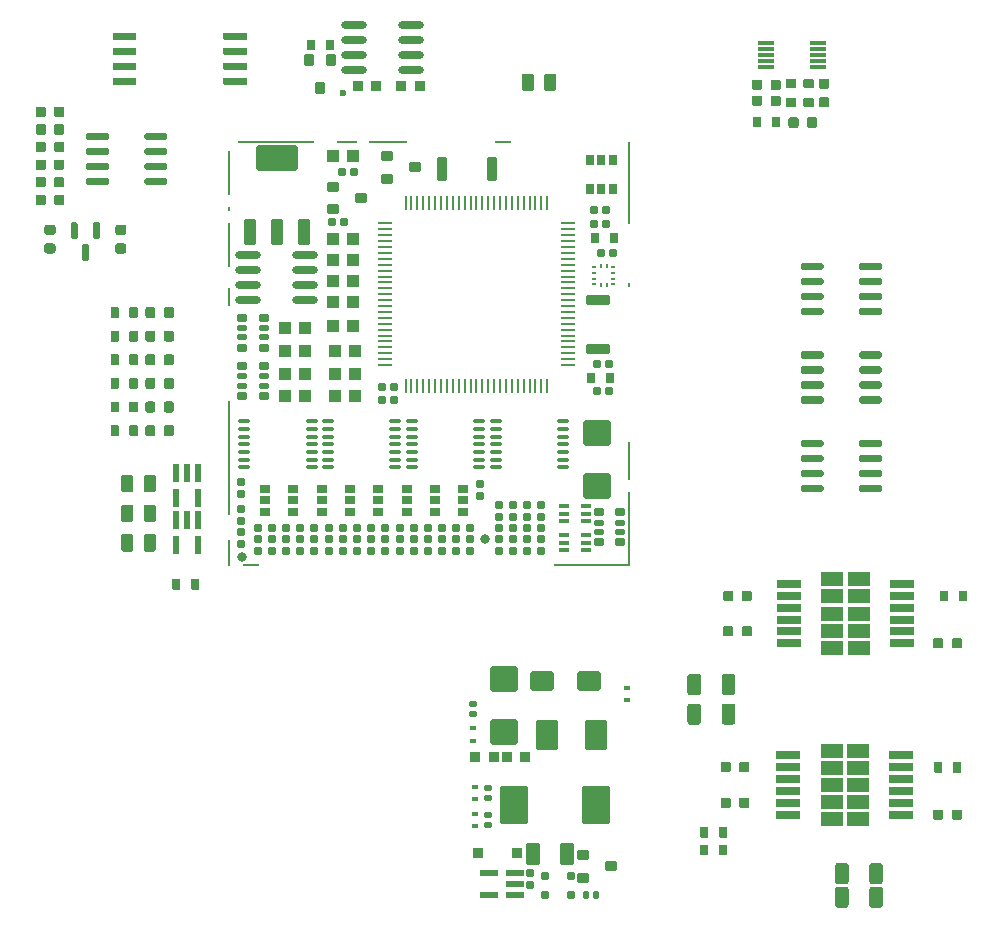
<source format=gtp>
G75*
G70*
%OFA0B0*%
%FSLAX25Y25*%
%IPPOS*%
%LPD*%
%AMOC8*
5,1,8,0,0,1.08239X$1,22.5*
%
%AMM1*
21,1,0.035430,0.030320,0.000000,0.000000,180.000000*
21,1,0.028350,0.037400,0.000000,0.000000,180.000000*
1,1,0.007090,-0.014170,0.015160*
1,1,0.007090,0.014170,0.015160*
1,1,0.007090,0.014170,-0.015160*
1,1,0.007090,-0.014170,-0.015160*
%
%AMM131*
21,1,0.086610,0.073230,-0.000000,-0.000000,90.000000*
21,1,0.069290,0.090550,-0.000000,-0.000000,90.000000*
1,1,0.017320,0.036610,0.034650*
1,1,0.017320,0.036610,-0.034650*
1,1,0.017320,-0.036610,-0.034650*
1,1,0.017320,-0.036610,0.034650*
%
%AMM132*
21,1,0.094490,0.111020,-0.000000,-0.000000,180.000000*
21,1,0.075590,0.129920,-0.000000,-0.000000,180.000000*
1,1,0.018900,-0.037800,0.055510*
1,1,0.018900,0.037800,0.055510*
1,1,0.018900,0.037800,-0.055510*
1,1,0.018900,-0.037800,-0.055510*
%
%AMM133*
21,1,0.074800,0.083460,-0.000000,-0.000000,180.000000*
21,1,0.059840,0.098430,-0.000000,-0.000000,180.000000*
1,1,0.014960,-0.029920,0.041730*
1,1,0.014960,0.029920,0.041730*
1,1,0.014960,0.029920,-0.041730*
1,1,0.014960,-0.029920,-0.041730*
%
%AMM134*
21,1,0.078740,0.053540,-0.000000,-0.000000,0.000000*
21,1,0.065350,0.066930,-0.000000,-0.000000,0.000000*
1,1,0.013390,0.032680,-0.026770*
1,1,0.013390,-0.032680,-0.026770*
1,1,0.013390,-0.032680,0.026770*
1,1,0.013390,0.032680,0.026770*
%
%AMM135*
21,1,0.035430,0.030320,-0.000000,-0.000000,270.000000*
21,1,0.028350,0.037400,-0.000000,-0.000000,270.000000*
1,1,0.007090,-0.015160,-0.014170*
1,1,0.007090,-0.015160,0.014170*
1,1,0.007090,0.015160,0.014170*
1,1,0.007090,0.015160,-0.014170*
%
%AMM136*
21,1,0.021650,0.052760,-0.000000,-0.000000,90.000000*
21,1,0.017320,0.057090,-0.000000,-0.000000,90.000000*
1,1,0.004330,0.026380,0.008660*
1,1,0.004330,0.026380,-0.008660*
1,1,0.004330,-0.026380,-0.008660*
1,1,0.004330,-0.026380,0.008660*
%
%AMM137*
21,1,0.035830,0.026770,-0.000000,-0.000000,180.000000*
21,1,0.029130,0.033470,-0.000000,-0.000000,180.000000*
1,1,0.006690,-0.014570,0.013390*
1,1,0.006690,0.014570,0.013390*
1,1,0.006690,0.014570,-0.013390*
1,1,0.006690,-0.014570,-0.013390*
%
%AMM138*
21,1,0.070870,0.036220,-0.000000,-0.000000,270.000000*
21,1,0.061810,0.045280,-0.000000,-0.000000,270.000000*
1,1,0.009060,-0.018110,-0.030910*
1,1,0.009060,-0.018110,0.030910*
1,1,0.009060,0.018110,0.030910*
1,1,0.009060,0.018110,-0.030910*
%
%AMM139*
21,1,0.033470,0.026770,-0.000000,-0.000000,180.000000*
21,1,0.026770,0.033470,-0.000000,-0.000000,180.000000*
1,1,0.006690,-0.013390,0.013390*
1,1,0.006690,0.013390,0.013390*
1,1,0.006690,0.013390,-0.013390*
1,1,0.006690,-0.013390,-0.013390*
%
%AMM140*
21,1,0.015750,0.016540,-0.000000,-0.000000,90.000000*
21,1,0.012600,0.019680,-0.000000,-0.000000,90.000000*
1,1,0.003150,0.008270,0.006300*
1,1,0.003150,0.008270,-0.006300*
1,1,0.003150,-0.008270,-0.006300*
1,1,0.003150,-0.008270,0.006300*
%
%AMM141*
21,1,0.023620,0.018900,-0.000000,-0.000000,270.000000*
21,1,0.018900,0.023620,-0.000000,-0.000000,270.000000*
1,1,0.004720,-0.009450,-0.009450*
1,1,0.004720,-0.009450,0.009450*
1,1,0.004720,0.009450,0.009450*
1,1,0.004720,0.009450,-0.009450*
%
%AMM142*
21,1,0.019680,0.019680,-0.000000,-0.000000,180.000000*
21,1,0.015750,0.023620,-0.000000,-0.000000,180.000000*
1,1,0.003940,-0.007870,0.009840*
1,1,0.003940,0.007870,0.009840*
1,1,0.003940,0.007870,-0.009840*
1,1,0.003940,-0.007870,-0.009840*
%
%AMM143*
21,1,0.019680,0.019680,-0.000000,-0.000000,90.000000*
21,1,0.015750,0.023620,-0.000000,-0.000000,90.000000*
1,1,0.003940,0.009840,0.007870*
1,1,0.003940,0.009840,-0.007870*
1,1,0.003940,-0.009840,-0.007870*
1,1,0.003940,-0.009840,0.007870*
%
%AMM167*
21,1,0.021650,0.052760,0.000000,-0.000000,180.000000*
21,1,0.017320,0.057090,0.000000,-0.000000,180.000000*
1,1,0.004330,-0.008660,0.026380*
1,1,0.004330,0.008660,0.026380*
1,1,0.004330,0.008660,-0.026380*
1,1,0.004330,-0.008660,-0.026380*
%
%AMM2*
21,1,0.033470,0.026770,0.000000,0.000000,0.000000*
21,1,0.026770,0.033470,0.000000,0.000000,0.000000*
1,1,0.006690,0.013390,-0.013390*
1,1,0.006690,-0.013390,-0.013390*
1,1,0.006690,-0.013390,0.013390*
1,1,0.006690,0.013390,0.013390*
%
%AMM3*
21,1,0.027560,0.030710,0.000000,0.000000,180.000000*
21,1,0.022050,0.036220,0.000000,0.000000,180.000000*
1,1,0.005510,-0.011020,0.015350*
1,1,0.005510,0.011020,0.015350*
1,1,0.005510,0.011020,-0.015350*
1,1,0.005510,-0.011020,-0.015350*
%
%AMM41*
21,1,0.025590,0.026380,0.000000,0.000000,270.000000*
21,1,0.020470,0.031500,0.000000,0.000000,270.000000*
1,1,0.005120,-0.013190,-0.010240*
1,1,0.005120,-0.013190,0.010240*
1,1,0.005120,0.013190,0.010240*
1,1,0.005120,0.013190,-0.010240*
%
%AMM42*
21,1,0.017720,0.027950,0.000000,0.000000,270.000000*
21,1,0.014170,0.031500,0.000000,0.000000,270.000000*
1,1,0.003540,-0.013980,-0.007090*
1,1,0.003540,-0.013980,0.007090*
1,1,0.003540,0.013980,0.007090*
1,1,0.003540,0.013980,-0.007090*
%
%AMM43*
21,1,0.012600,0.028980,0.000000,0.000000,90.000000*
21,1,0.010080,0.031500,0.000000,0.000000,90.000000*
1,1,0.002520,0.014490,0.005040*
1,1,0.002520,0.014490,-0.005040*
1,1,0.002520,-0.014490,-0.005040*
1,1,0.002520,-0.014490,0.005040*
%
%AMM44*
21,1,0.023620,0.030710,0.000000,0.000000,180.000000*
21,1,0.018900,0.035430,0.000000,0.000000,180.000000*
1,1,0.004720,-0.009450,0.015350*
1,1,0.004720,0.009450,0.015350*
1,1,0.004720,0.009450,-0.015350*
1,1,0.004720,-0.009450,-0.015350*
%
%AMM45*
21,1,0.027560,0.018900,0.000000,0.000000,90.000000*
21,1,0.022840,0.023620,0.000000,0.000000,90.000000*
1,1,0.004720,0.009450,0.011420*
1,1,0.004720,0.009450,-0.011420*
1,1,0.004720,-0.009450,-0.011420*
1,1,0.004720,-0.009450,0.011420*
%
%AMM46*
21,1,0.031500,0.072440,0.000000,0.000000,90.000000*
21,1,0.025200,0.078740,0.000000,0.000000,90.000000*
1,1,0.006300,0.036220,0.012600*
1,1,0.006300,0.036220,-0.012600*
1,1,0.006300,-0.036220,-0.012600*
1,1,0.006300,-0.036220,0.012600*
%
%AMM47*
21,1,0.027560,0.018900,0.000000,0.000000,180.000000*
21,1,0.022840,0.023620,0.000000,0.000000,180.000000*
1,1,0.004720,-0.011420,0.009450*
1,1,0.004720,0.011420,0.009450*
1,1,0.004720,0.011420,-0.009450*
1,1,0.004720,-0.011420,-0.009450*
%
%AMM48*
21,1,0.023620,0.030710,0.000000,0.000000,270.000000*
21,1,0.018900,0.035430,0.000000,0.000000,270.000000*
1,1,0.004720,-0.015350,-0.009450*
1,1,0.004720,-0.015350,0.009450*
1,1,0.004720,0.015350,0.009450*
1,1,0.004720,0.015350,-0.009450*
%
%AMM49*
21,1,0.035430,0.030320,0.000000,0.000000,270.000000*
21,1,0.028350,0.037400,0.000000,0.000000,270.000000*
1,1,0.007090,-0.015160,-0.014170*
1,1,0.007090,-0.015160,0.014170*
1,1,0.007090,0.015160,0.014170*
1,1,0.007090,0.015160,-0.014170*
%
%AMM50*
21,1,0.043310,0.075980,0.000000,0.000000,0.000000*
21,1,0.034650,0.084650,0.000000,0.000000,0.000000*
1,1,0.008660,0.017320,-0.037990*
1,1,0.008660,-0.017320,-0.037990*
1,1,0.008660,-0.017320,0.037990*
1,1,0.008660,0.017320,0.037990*
%
%AMM51*
21,1,0.039370,0.035430,0.000000,0.000000,0.000000*
21,1,0.031500,0.043310,0.000000,0.000000,0.000000*
1,1,0.007870,0.015750,-0.017720*
1,1,0.007870,-0.015750,-0.017720*
1,1,0.007870,-0.015750,0.017720*
1,1,0.007870,0.015750,0.017720*
%
%AMM52*
21,1,0.027560,0.030710,0.000000,0.000000,0.000000*
21,1,0.022050,0.036220,0.000000,0.000000,0.000000*
1,1,0.005510,0.011020,-0.015350*
1,1,0.005510,-0.011020,-0.015350*
1,1,0.005510,-0.011020,0.015350*
1,1,0.005510,0.011020,0.015350*
%
%AMM53*
21,1,0.031500,0.072440,0.000000,0.000000,0.000000*
21,1,0.025200,0.078740,0.000000,0.000000,0.000000*
1,1,0.006300,0.012600,-0.036220*
1,1,0.006300,-0.012600,-0.036220*
1,1,0.006300,-0.012600,0.036220*
1,1,0.006300,0.012600,0.036220*
%
%AMM54*
21,1,0.137800,0.067720,0.000000,0.000000,0.000000*
21,1,0.120870,0.084650,0.000000,0.000000,0.000000*
1,1,0.016930,0.060430,-0.033860*
1,1,0.016930,-0.060430,-0.033860*
1,1,0.016930,-0.060430,0.033860*
1,1,0.016930,0.060430,0.033860*
%
%AMM55*
21,1,0.043310,0.075990,0.000000,0.000000,0.000000*
21,1,0.034650,0.084650,0.000000,0.000000,0.000000*
1,1,0.008660,0.017320,-0.037990*
1,1,0.008660,-0.017320,-0.037990*
1,1,0.008660,-0.017320,0.037990*
1,1,0.008660,0.017320,0.037990*
%
%AMM56*
21,1,0.086610,0.073230,0.000000,0.000000,90.000000*
21,1,0.069290,0.090550,0.000000,0.000000,90.000000*
1,1,0.017320,0.036610,0.034650*
1,1,0.017320,0.036610,-0.034650*
1,1,0.017320,-0.036610,-0.034650*
1,1,0.017320,-0.036610,0.034650*
%
%ADD12C,0.02362*%
%ADD127R,0.05512X0.01181*%
%ADD129M41*%
%ADD130M42*%
%ADD131M43*%
%ADD132O,0.04724X0.00866*%
%ADD133O,0.00866X0.04724*%
%ADD134O,0.04331X0.01181*%
%ADD135M44*%
%ADD136M45*%
%ADD137R,0.01378X0.00984*%
%ADD138R,0.00984X0.01378*%
%ADD139M46*%
%ADD140M47*%
%ADD141M48*%
%ADD142M49*%
%ADD143M50*%
%ADD144M51*%
%ADD145M52*%
%ADD146M53*%
%ADD147M54*%
%ADD148M55*%
%ADD149M56*%
%ADD25R,0.07874X0.02559*%
%ADD264M131*%
%ADD265M132*%
%ADD266M133*%
%ADD267M134*%
%ADD268M135*%
%ADD269M136*%
%ADD270M137*%
%ADD271M138*%
%ADD272M139*%
%ADD273M140*%
%ADD274M141*%
%ADD275M142*%
%ADD276M143*%
%ADD300M167*%
%ADD36R,0.00787X0.14567*%
%ADD37R,0.00787X0.01575*%
%ADD38R,0.00787X0.06299*%
%ADD39R,0.00787X0.38189*%
%ADD40R,0.00787X0.09055*%
%ADD41R,0.05512X0.00787*%
%ADD42R,0.25197X0.00787*%
%ADD43R,0.06693X0.00787*%
%ADD44R,0.12992X0.00787*%
%ADD45R,0.00787X0.27559*%
%ADD46R,0.00787X0.12992*%
%ADD47R,0.00787X0.24803*%
%ADD53C,0.03150*%
%ADD57R,0.07677X0.04567*%
%ADD58O,0.00000X0.00000*%
%ADD67M1*%
%ADD68O,0.08661X0.02362*%
%ADD69M2*%
%ADD70M3*%
X0000000Y0000000D02*
%LPD*%
G01*
G36*
G01*
X0020807Y0266378D02*
X0020807Y0269055D01*
G75*
G02*
X0021142Y0269390I0000335J0000000D01*
G01*
X0023819Y0269390D01*
G75*
G02*
X0024154Y0269055I0000000J-000335D01*
G01*
X0024154Y0266378D01*
G75*
G02*
X0023819Y0266043I-000335J0000000D01*
G01*
X0021142Y0266043D01*
G75*
G02*
X0020807Y0266378I0000000J0000335D01*
G01*
G37*
G36*
G01*
X0027028Y0266378D02*
X0027028Y0269055D01*
G75*
G02*
X0027362Y0269390I0000335J0000000D01*
G01*
X0030039Y0269390D01*
G75*
G02*
X0030374Y0269055I0000000J-000335D01*
G01*
X0030374Y0266378D01*
G75*
G02*
X0030039Y0266043I-000335J0000000D01*
G01*
X0027362Y0266043D01*
G75*
G02*
X0027028Y0266378I0000000J0000335D01*
G01*
G37*
G36*
G01*
X0057333Y0205684D02*
X0057333Y0207702D01*
G75*
G02*
X0058194Y0208563I0000861J0000000D01*
G01*
X0059916Y0208563D01*
G75*
G02*
X0060778Y0207702I0000000J-000861D01*
G01*
X0060778Y0205684D01*
G75*
G02*
X0059916Y0204823I-000861J0000000D01*
G01*
X0058194Y0204823D01*
G75*
G02*
X0057333Y0205684I0000000J0000861D01*
G01*
G37*
G36*
G01*
X0063533Y0205684D02*
X0063533Y0207702D01*
G75*
G02*
X0064395Y0208563I0000861J0000000D01*
G01*
X0066117Y0208563D01*
G75*
G02*
X0066978Y0207702I0000000J-000861D01*
G01*
X0066978Y0205684D01*
G75*
G02*
X0066117Y0204823I-000861J0000000D01*
G01*
X0064395Y0204823D01*
G75*
G02*
X0063533Y0205684I0000000J0000861D01*
G01*
G37*
G36*
G01*
X0026599Y0226329D02*
X0024582Y0226329D01*
G75*
G02*
X0023720Y0227190I0000000J0000861D01*
G01*
X0023720Y0228912D01*
G75*
G02*
X0024582Y0229774I0000861J0000000D01*
G01*
X0026599Y0229774D01*
G75*
G02*
X0027461Y0228912I0000000J-000861D01*
G01*
X0027461Y0227190D01*
G75*
G02*
X0026599Y0226329I-000861J0000000D01*
G01*
G37*
G36*
G01*
X0026599Y0232530D02*
X0024582Y0232530D01*
G75*
G02*
X0023720Y0233391I0000000J0000861D01*
G01*
X0023720Y0235113D01*
G75*
G02*
X0024582Y0235974I0000861J0000000D01*
G01*
X0026599Y0235974D01*
G75*
G02*
X0027461Y0235113I0000000J-000861D01*
G01*
X0027461Y0233391D01*
G75*
G02*
X0026599Y0232530I-000861J0000000D01*
G01*
G37*
G36*
G01*
X0322244Y0110669D02*
X0322244Y0113740D01*
G75*
G02*
X0322520Y0114016I0000276J0000000D01*
G01*
X0324724Y0114016D01*
G75*
G02*
X0325000Y0113740I0000000J-000276D01*
G01*
X0325000Y0110669D01*
G75*
G02*
X0324724Y0110394I-000276J0000000D01*
G01*
X0322520Y0110394D01*
G75*
G02*
X0322244Y0110669I0000000J0000276D01*
G01*
G37*
G36*
G01*
X0328543Y0110669D02*
X0328543Y0113740D01*
G75*
G02*
X0328819Y0114016I0000276J0000000D01*
G01*
X0331024Y0114016D01*
G75*
G02*
X0331299Y0113740I0000000J-000276D01*
G01*
X0331299Y0110669D01*
G75*
G02*
X0331024Y0110394I-000276J0000000D01*
G01*
X0328819Y0110394D01*
G75*
G02*
X0328543Y0110669I0000000J0000276D01*
G01*
G37*
D57*
X0286417Y0117795D03*
X0286417Y0112047D03*
X0286417Y0106299D03*
X0286417Y0100551D03*
X0286417Y0094803D03*
X0295276Y0117795D03*
X0295276Y0112047D03*
X0295276Y0106299D03*
X0295276Y0100551D03*
X0295276Y0094803D03*
D25*
X0271949Y0116142D03*
X0271949Y0112205D03*
X0271949Y0108268D03*
X0271949Y0104331D03*
X0271949Y0100394D03*
X0271949Y0096457D03*
X0309744Y0096457D03*
X0309744Y0100394D03*
X0309744Y0104331D03*
X0309744Y0108268D03*
X0309744Y0112205D03*
X0309744Y0116142D03*
G36*
G01*
X0020807Y0248780D02*
X0020807Y0251457D01*
G75*
G02*
X0021142Y0251791I0000335J0000000D01*
G01*
X0023819Y0251791D01*
G75*
G02*
X0024154Y0251457I0000000J-000335D01*
G01*
X0024154Y0248780D01*
G75*
G02*
X0023819Y0248445I-000335J0000000D01*
G01*
X0021142Y0248445D01*
G75*
G02*
X0020807Y0248780I0000000J0000335D01*
G01*
G37*
G36*
G01*
X0027028Y0248780D02*
X0027028Y0251457D01*
G75*
G02*
X0027362Y0251791I0000335J0000000D01*
G01*
X0030039Y0251791D01*
G75*
G02*
X0030374Y0251457I0000000J-000335D01*
G01*
X0030374Y0248780D01*
G75*
G02*
X0030039Y0248445I-000335J0000000D01*
G01*
X0027362Y0248445D01*
G75*
G02*
X0027028Y0248780I0000000J0000335D01*
G01*
G37*
G36*
G01*
X0049409Y0127438D02*
X0049409Y0132359D01*
G75*
G02*
X0049803Y0132753I0000394J0000000D01*
G01*
X0052953Y0132753D01*
G75*
G02*
X0053346Y0132359I0000000J-000394D01*
G01*
X0053346Y0127438D01*
G75*
G02*
X0052953Y0127044I-000394J0000000D01*
G01*
X0049803Y0127044D01*
G75*
G02*
X0049409Y0127438I0000000J0000394D01*
G01*
G37*
G36*
G01*
X0056890Y0127438D02*
X0056890Y0132359D01*
G75*
G02*
X0057284Y0132753I0000394J0000000D01*
G01*
X0060433Y0132753D01*
G75*
G02*
X0060827Y0132359I0000000J-000394D01*
G01*
X0060827Y0127438D01*
G75*
G02*
X0060433Y0127044I-000394J0000000D01*
G01*
X0057284Y0127044D01*
G75*
G02*
X0056890Y0127438I0000000J0000394D01*
G01*
G37*
G36*
G01*
X0020807Y0260591D02*
X0020807Y0263268D01*
G75*
G02*
X0021142Y0263602I0000335J0000000D01*
G01*
X0023819Y0263602D01*
G75*
G02*
X0024154Y0263268I0000000J-000335D01*
G01*
X0024154Y0260591D01*
G75*
G02*
X0023819Y0260256I-000335J0000000D01*
G01*
X0021142Y0260256D01*
G75*
G02*
X0020807Y0260591I0000000J0000335D01*
G01*
G37*
G36*
G01*
X0027028Y0260591D02*
X0027028Y0263268D01*
G75*
G02*
X0027362Y0263602I0000335J0000000D01*
G01*
X0030039Y0263602D01*
G75*
G02*
X0030374Y0263268I0000000J-000335D01*
G01*
X0030374Y0260591D01*
G75*
G02*
X0030039Y0260256I-000335J0000000D01*
G01*
X0027362Y0260256D01*
G75*
G02*
X0027028Y0260591I0000000J0000335D01*
G01*
G37*
G36*
G01*
X0020807Y0254685D02*
X0020807Y0257362D01*
G75*
G02*
X0021142Y0257697I0000335J0000000D01*
G01*
X0023819Y0257697D01*
G75*
G02*
X0024154Y0257362I0000000J-000335D01*
G01*
X0024154Y0254685D01*
G75*
G02*
X0023819Y0254350I-000335J0000000D01*
G01*
X0021142Y0254350D01*
G75*
G02*
X0020807Y0254685I0000000J0000335D01*
G01*
G37*
G36*
G01*
X0027028Y0254685D02*
X0027028Y0257362D01*
G75*
G02*
X0027362Y0257697I0000335J0000000D01*
G01*
X0030039Y0257697D01*
G75*
G02*
X0030374Y0257362I0000000J-000335D01*
G01*
X0030374Y0254685D01*
G75*
G02*
X0030039Y0254350I-000335J0000000D01*
G01*
X0027362Y0254350D01*
G75*
G02*
X0027028Y0254685I0000000J0000335D01*
G01*
G37*
G36*
G01*
X0049409Y0137292D02*
X0049409Y0142213D01*
G75*
G02*
X0049803Y0142607I0000394J0000000D01*
G01*
X0052953Y0142607D01*
G75*
G02*
X0053346Y0142213I0000000J-000394D01*
G01*
X0053346Y0137292D01*
G75*
G02*
X0052953Y0136898I-000394J0000000D01*
G01*
X0049803Y0136898D01*
G75*
G02*
X0049409Y0137292I0000000J0000394D01*
G01*
G37*
G36*
G01*
X0056890Y0137292D02*
X0056890Y0142213D01*
G75*
G02*
X0057284Y0142607I0000394J0000000D01*
G01*
X0060433Y0142607D01*
G75*
G02*
X0060827Y0142213I0000000J-000394D01*
G01*
X0060827Y0137292D01*
G75*
G02*
X0060433Y0136898I-000394J0000000D01*
G01*
X0057284Y0136898D01*
G75*
G02*
X0056890Y0137292I0000000J0000394D01*
G01*
G37*
D57*
X0286122Y0060709D03*
X0286122Y0054961D03*
X0286122Y0049213D03*
X0286122Y0043465D03*
X0286122Y0037717D03*
X0294980Y0060709D03*
X0294980Y0054961D03*
X0294980Y0049213D03*
X0294980Y0043465D03*
X0294980Y0037717D03*
D25*
X0271654Y0059055D03*
X0271654Y0055118D03*
X0271654Y0051181D03*
X0271654Y0047244D03*
X0271654Y0043307D03*
X0271654Y0039370D03*
X0309449Y0039370D03*
X0309449Y0043307D03*
X0309449Y0047244D03*
X0309449Y0051181D03*
X0309449Y0055118D03*
X0309449Y0059055D03*
G36*
G01*
X0045817Y0197283D02*
X0045817Y0200354D01*
G75*
G02*
X0046093Y0200630I0000276J0000000D01*
G01*
X0048297Y0200630D01*
G75*
G02*
X0048573Y0200354I0000000J-000276D01*
G01*
X0048573Y0197283D01*
G75*
G02*
X0048297Y0197008I-000276J0000000D01*
G01*
X0046093Y0197008D01*
G75*
G02*
X0045817Y0197283I0000000J0000276D01*
G01*
G37*
G36*
G01*
X0052116Y0197283D02*
X0052116Y0200354D01*
G75*
G02*
X0052392Y0200630I0000276J0000000D01*
G01*
X0054596Y0200630D01*
G75*
G02*
X0054872Y0200354I0000000J-000276D01*
G01*
X0054872Y0197283D01*
G75*
G02*
X0054596Y0197008I-000276J0000000D01*
G01*
X0052392Y0197008D01*
G75*
G02*
X0052116Y0197283I0000000J0000276D01*
G01*
G37*
G36*
G01*
X0329587Y0097795D02*
X0329587Y0095118D01*
G75*
G02*
X0329252Y0094783I-000335J0000000D01*
G01*
X0326575Y0094783D01*
G75*
G02*
X0326240Y0095118I0000000J0000335D01*
G01*
X0326240Y0097795D01*
G75*
G02*
X0326575Y0098130I0000335J0000000D01*
G01*
X0329252Y0098130D01*
G75*
G02*
X0329587Y0097795I0000000J-000335D01*
G01*
G37*
G36*
G01*
X0323366Y0097795D02*
X0323366Y0095118D01*
G75*
G02*
X0323031Y0094783I-000335J0000000D01*
G01*
X0320354Y0094783D01*
G75*
G02*
X0320020Y0095118I0000000J0000335D01*
G01*
X0320020Y0097795D01*
G75*
G02*
X0320354Y0098130I0000335J0000000D01*
G01*
X0323031Y0098130D01*
G75*
G02*
X0323366Y0097795I0000000J-000335D01*
G01*
G37*
G36*
G01*
X0020807Y0272283D02*
X0020807Y0274961D01*
G75*
G02*
X0021142Y0275295I0000335J0000000D01*
G01*
X0023819Y0275295D01*
G75*
G02*
X0024154Y0274961I0000000J-000335D01*
G01*
X0024154Y0272283D01*
G75*
G02*
X0023819Y0271949I-000335J0000000D01*
G01*
X0021142Y0271949D01*
G75*
G02*
X0020807Y0272283I0000000J0000335D01*
G01*
G37*
G36*
G01*
X0027028Y0272283D02*
X0027028Y0274961D01*
G75*
G02*
X0027362Y0275295I0000335J0000000D01*
G01*
X0030039Y0275295D01*
G75*
G02*
X0030374Y0274961I0000000J-000335D01*
G01*
X0030374Y0272283D01*
G75*
G02*
X0030039Y0271949I-000335J0000000D01*
G01*
X0027362Y0271949D01*
G75*
G02*
X0027028Y0272283I0000000J0000335D01*
G01*
G37*
G36*
G01*
X0249154Y0041969D02*
X0249154Y0044646D01*
G75*
G02*
X0249488Y0044980I0000335J0000000D01*
G01*
X0252165Y0044980D01*
G75*
G02*
X0252500Y0044646I0000000J-000335D01*
G01*
X0252500Y0041969D01*
G75*
G02*
X0252165Y0041634I-000335J0000000D01*
G01*
X0249488Y0041634D01*
G75*
G02*
X0249154Y0041969I0000000J0000335D01*
G01*
G37*
G36*
G01*
X0255374Y0041969D02*
X0255374Y0044646D01*
G75*
G02*
X0255709Y0044980I0000335J0000000D01*
G01*
X0258386Y0044980D01*
G75*
G02*
X0258720Y0044646I0000000J-000335D01*
G01*
X0258720Y0041969D01*
G75*
G02*
X0258386Y0041634I-000335J0000000D01*
G01*
X0255709Y0041634D01*
G75*
G02*
X0255374Y0041969I0000000J0000335D01*
G01*
G37*
G36*
G01*
X0299626Y0023228D02*
X0302343Y0023228D01*
G75*
G02*
X0303248Y0022323I0000000J-000906D01*
G01*
X0303248Y0017047D01*
G75*
G02*
X0302343Y0016142I-000906J0000000D01*
G01*
X0299626Y0016142D01*
G75*
G02*
X0298721Y0017047I0000000J0000906D01*
G01*
X0298721Y0022323D01*
G75*
G02*
X0299626Y0023228I0000906J0000000D01*
G01*
G37*
G36*
G01*
X0288209Y0023228D02*
X0290925Y0023228D01*
G75*
G02*
X0291831Y0022323I0000000J-000906D01*
G01*
X0291831Y0017047D01*
G75*
G02*
X0290925Y0016142I-000906J0000000D01*
G01*
X0288209Y0016142D01*
G75*
G02*
X0287303Y0017047I0000000J0000906D01*
G01*
X0287303Y0022323D01*
G75*
G02*
X0288209Y0023228I0000906J0000000D01*
G01*
G37*
G36*
G01*
X0037598Y0264783D02*
X0037598Y0265965D01*
G75*
G02*
X0038189Y0266555I0000591J0000000D01*
G01*
X0044685Y0266555D01*
G75*
G02*
X0045276Y0265965I0000000J-000591D01*
G01*
X0045276Y0264783D01*
G75*
G02*
X0044685Y0264193I-000591J0000000D01*
G01*
X0038189Y0264193D01*
G75*
G02*
X0037598Y0264783I0000000J0000591D01*
G01*
G37*
G36*
G01*
X0037598Y0259783D02*
X0037598Y0260965D01*
G75*
G02*
X0038189Y0261555I0000591J0000000D01*
G01*
X0044685Y0261555D01*
G75*
G02*
X0045276Y0260965I0000000J-000591D01*
G01*
X0045276Y0259783D01*
G75*
G02*
X0044685Y0259193I-000591J0000000D01*
G01*
X0038189Y0259193D01*
G75*
G02*
X0037598Y0259783I0000000J0000591D01*
G01*
G37*
G36*
G01*
X0037598Y0254783D02*
X0037598Y0255965D01*
G75*
G02*
X0038189Y0256555I0000591J0000000D01*
G01*
X0044685Y0256555D01*
G75*
G02*
X0045276Y0255965I0000000J-000591D01*
G01*
X0045276Y0254783D01*
G75*
G02*
X0044685Y0254193I-000591J0000000D01*
G01*
X0038189Y0254193D01*
G75*
G02*
X0037598Y0254783I0000000J0000591D01*
G01*
G37*
G36*
G01*
X0037598Y0249783D02*
X0037598Y0250965D01*
G75*
G02*
X0038189Y0251555I0000591J0000000D01*
G01*
X0044685Y0251555D01*
G75*
G02*
X0045276Y0250965I0000000J-000591D01*
G01*
X0045276Y0249783D01*
G75*
G02*
X0044685Y0249193I-000591J0000000D01*
G01*
X0038189Y0249193D01*
G75*
G02*
X0037598Y0249783I0000000J0000591D01*
G01*
G37*
G36*
G01*
X0057087Y0249783D02*
X0057087Y0250965D01*
G75*
G02*
X0057677Y0251555I0000591J0000000D01*
G01*
X0064173Y0251555D01*
G75*
G02*
X0064764Y0250965I0000000J-000591D01*
G01*
X0064764Y0249783D01*
G75*
G02*
X0064173Y0249193I-000591J0000000D01*
G01*
X0057677Y0249193D01*
G75*
G02*
X0057087Y0249783I0000000J0000591D01*
G01*
G37*
G36*
G01*
X0057087Y0254783D02*
X0057087Y0255965D01*
G75*
G02*
X0057677Y0256555I0000591J0000000D01*
G01*
X0064173Y0256555D01*
G75*
G02*
X0064764Y0255965I0000000J-000591D01*
G01*
X0064764Y0254783D01*
G75*
G02*
X0064173Y0254193I-000591J0000000D01*
G01*
X0057677Y0254193D01*
G75*
G02*
X0057087Y0254783I0000000J0000591D01*
G01*
G37*
G36*
G01*
X0057087Y0259783D02*
X0057087Y0260965D01*
G75*
G02*
X0057677Y0261555I0000591J0000000D01*
G01*
X0064173Y0261555D01*
G75*
G02*
X0064764Y0260965I0000000J-000591D01*
G01*
X0064764Y0259783D01*
G75*
G02*
X0064173Y0259193I-000591J0000000D01*
G01*
X0057677Y0259193D01*
G75*
G02*
X0057087Y0259783I0000000J0000591D01*
G01*
G37*
G36*
G01*
X0057087Y0264783D02*
X0057087Y0265965D01*
G75*
G02*
X0057677Y0266555I0000591J0000000D01*
G01*
X0064173Y0266555D01*
G75*
G02*
X0064764Y0265965I0000000J-000591D01*
G01*
X0064764Y0264783D01*
G75*
G02*
X0064173Y0264193I-000591J0000000D01*
G01*
X0057677Y0264193D01*
G75*
G02*
X0057087Y0264783I0000000J0000591D01*
G01*
G37*
G36*
G01*
X0040551Y0236909D02*
X0041732Y0236909D01*
G75*
G02*
X0042323Y0236319I0000000J-000591D01*
G01*
X0042323Y0231693D01*
G75*
G02*
X0041732Y0231102I-000591J0000000D01*
G01*
X0040551Y0231102D01*
G75*
G02*
X0039961Y0231693I0000000J0000591D01*
G01*
X0039961Y0236319D01*
G75*
G02*
X0040551Y0236909I0000591J0000000D01*
G01*
G37*
G36*
G01*
X0033071Y0236909D02*
X0034252Y0236909D01*
G75*
G02*
X0034843Y0236319I0000000J-000591D01*
G01*
X0034843Y0231693D01*
G75*
G02*
X0034252Y0231102I-000591J0000000D01*
G01*
X0033071Y0231102D01*
G75*
G02*
X0032480Y0231693I0000000J0000591D01*
G01*
X0032480Y0236319D01*
G75*
G02*
X0033071Y0236909I0000591J0000000D01*
G01*
G37*
G36*
G01*
X0036811Y0229528D02*
X0037992Y0229528D01*
G75*
G02*
X0038583Y0228937I0000000J-000591D01*
G01*
X0038583Y0224311D01*
G75*
G02*
X0037992Y0223720I-000591J0000000D01*
G01*
X0036811Y0223720D01*
G75*
G02*
X0036220Y0224311I0000000J0000591D01*
G01*
X0036220Y0228937D01*
G75*
G02*
X0036811Y0229528I0000591J0000000D01*
G01*
G37*
G36*
G01*
X0275787Y0221476D02*
X0275787Y0222657D01*
G75*
G02*
X0276378Y0223248I0000591J0000000D01*
G01*
X0282874Y0223248D01*
G75*
G02*
X0283465Y0222657I0000000J-000591D01*
G01*
X0283465Y0221476D01*
G75*
G02*
X0282874Y0220886I-000591J0000000D01*
G01*
X0276378Y0220886D01*
G75*
G02*
X0275787Y0221476I0000000J0000591D01*
G01*
G37*
G36*
G01*
X0275787Y0216476D02*
X0275787Y0217657D01*
G75*
G02*
X0276378Y0218248I0000591J0000000D01*
G01*
X0282874Y0218248D01*
G75*
G02*
X0283465Y0217657I0000000J-000591D01*
G01*
X0283465Y0216476D01*
G75*
G02*
X0282874Y0215886I-000591J0000000D01*
G01*
X0276378Y0215886D01*
G75*
G02*
X0275787Y0216476I0000000J0000591D01*
G01*
G37*
G36*
G01*
X0275787Y0211476D02*
X0275787Y0212657D01*
G75*
G02*
X0276378Y0213248I0000591J0000000D01*
G01*
X0282874Y0213248D01*
G75*
G02*
X0283465Y0212657I0000000J-000591D01*
G01*
X0283465Y0211476D01*
G75*
G02*
X0282874Y0210886I-000591J0000000D01*
G01*
X0276378Y0210886D01*
G75*
G02*
X0275787Y0211476I0000000J0000591D01*
G01*
G37*
G36*
G01*
X0275787Y0206476D02*
X0275787Y0207657D01*
G75*
G02*
X0276378Y0208248I0000591J0000000D01*
G01*
X0282874Y0208248D01*
G75*
G02*
X0283465Y0207657I0000000J-000591D01*
G01*
X0283465Y0206476D01*
G75*
G02*
X0282874Y0205886I-000591J0000000D01*
G01*
X0276378Y0205886D01*
G75*
G02*
X0275787Y0206476I0000000J0000591D01*
G01*
G37*
G36*
G01*
X0295276Y0206476D02*
X0295276Y0207657D01*
G75*
G02*
X0295866Y0208248I0000591J0000000D01*
G01*
X0302362Y0208248D01*
G75*
G02*
X0302953Y0207657I0000000J-000591D01*
G01*
X0302953Y0206476D01*
G75*
G02*
X0302362Y0205886I-000591J0000000D01*
G01*
X0295866Y0205886D01*
G75*
G02*
X0295276Y0206476I0000000J0000591D01*
G01*
G37*
G36*
G01*
X0295276Y0211476D02*
X0295276Y0212657D01*
G75*
G02*
X0295866Y0213248I0000591J0000000D01*
G01*
X0302362Y0213248D01*
G75*
G02*
X0302953Y0212657I0000000J-000591D01*
G01*
X0302953Y0211476D01*
G75*
G02*
X0302362Y0210886I-000591J0000000D01*
G01*
X0295866Y0210886D01*
G75*
G02*
X0295276Y0211476I0000000J0000591D01*
G01*
G37*
G36*
G01*
X0295276Y0216476D02*
X0295276Y0217657D01*
G75*
G02*
X0295866Y0218248I0000591J0000000D01*
G01*
X0302362Y0218248D01*
G75*
G02*
X0302953Y0217657I0000000J-000591D01*
G01*
X0302953Y0216476D01*
G75*
G02*
X0302362Y0215886I-000591J0000000D01*
G01*
X0295866Y0215886D01*
G75*
G02*
X0295276Y0216476I0000000J0000591D01*
G01*
G37*
G36*
G01*
X0295276Y0221476D02*
X0295276Y0222657D01*
G75*
G02*
X0295866Y0223248I0000591J0000000D01*
G01*
X0302362Y0223248D01*
G75*
G02*
X0302953Y0222657I0000000J-000591D01*
G01*
X0302953Y0221476D01*
G75*
G02*
X0302362Y0220886I-000591J0000000D01*
G01*
X0295866Y0220886D01*
G75*
G02*
X0295276Y0221476I0000000J0000591D01*
G01*
G37*
G36*
G01*
X0050221Y0226329D02*
X0048204Y0226329D01*
G75*
G02*
X0047343Y0227190I0000000J0000861D01*
G01*
X0047343Y0228912D01*
G75*
G02*
X0048204Y0229774I0000861J0000000D01*
G01*
X0050221Y0229774D01*
G75*
G02*
X0051083Y0228912I0000000J-000861D01*
G01*
X0051083Y0227190D01*
G75*
G02*
X0050221Y0226329I-000861J0000000D01*
G01*
G37*
G36*
G01*
X0050221Y0232530D02*
X0048204Y0232530D01*
G75*
G02*
X0047343Y0233391I0000000J0000861D01*
G01*
X0047343Y0235113D01*
G75*
G02*
X0048204Y0235974I0000861J0000000D01*
G01*
X0050221Y0235974D01*
G75*
G02*
X0051083Y0235113I0000000J-000861D01*
G01*
X0051083Y0233391D01*
G75*
G02*
X0050221Y0232530I-000861J0000000D01*
G01*
G37*
G36*
G01*
X0275787Y0191949D02*
X0275787Y0193130D01*
G75*
G02*
X0276378Y0193720I0000591J0000000D01*
G01*
X0282874Y0193720D01*
G75*
G02*
X0283465Y0193130I0000000J-000591D01*
G01*
X0283465Y0191949D01*
G75*
G02*
X0282874Y0191358I-000591J0000000D01*
G01*
X0276378Y0191358D01*
G75*
G02*
X0275787Y0191949I0000000J0000591D01*
G01*
G37*
G36*
G01*
X0275787Y0186949D02*
X0275787Y0188130D01*
G75*
G02*
X0276378Y0188720I0000591J0000000D01*
G01*
X0282874Y0188720D01*
G75*
G02*
X0283465Y0188130I0000000J-000591D01*
G01*
X0283465Y0186949D01*
G75*
G02*
X0282874Y0186358I-000591J0000000D01*
G01*
X0276378Y0186358D01*
G75*
G02*
X0275787Y0186949I0000000J0000591D01*
G01*
G37*
G36*
G01*
X0275787Y0181949D02*
X0275787Y0183130D01*
G75*
G02*
X0276378Y0183720I0000591J0000000D01*
G01*
X0282874Y0183720D01*
G75*
G02*
X0283465Y0183130I0000000J-000591D01*
G01*
X0283465Y0181949D01*
G75*
G02*
X0282874Y0181358I-000591J0000000D01*
G01*
X0276378Y0181358D01*
G75*
G02*
X0275787Y0181949I0000000J0000591D01*
G01*
G37*
G36*
G01*
X0275787Y0176949D02*
X0275787Y0178130D01*
G75*
G02*
X0276378Y0178720I0000591J0000000D01*
G01*
X0282874Y0178720D01*
G75*
G02*
X0283465Y0178130I0000000J-000591D01*
G01*
X0283465Y0176949D01*
G75*
G02*
X0282874Y0176358I-000591J0000000D01*
G01*
X0276378Y0176358D01*
G75*
G02*
X0275787Y0176949I0000000J0000591D01*
G01*
G37*
G36*
G01*
X0295276Y0176949D02*
X0295276Y0178130D01*
G75*
G02*
X0295866Y0178720I0000591J0000000D01*
G01*
X0302362Y0178720D01*
G75*
G02*
X0302953Y0178130I0000000J-000591D01*
G01*
X0302953Y0176949D01*
G75*
G02*
X0302362Y0176358I-000591J0000000D01*
G01*
X0295866Y0176358D01*
G75*
G02*
X0295276Y0176949I0000000J0000591D01*
G01*
G37*
G36*
G01*
X0295276Y0181949D02*
X0295276Y0183130D01*
G75*
G02*
X0295866Y0183720I0000591J0000000D01*
G01*
X0302362Y0183720D01*
G75*
G02*
X0302953Y0183130I0000000J-000591D01*
G01*
X0302953Y0181949D01*
G75*
G02*
X0302362Y0181358I-000591J0000000D01*
G01*
X0295866Y0181358D01*
G75*
G02*
X0295276Y0181949I0000000J0000591D01*
G01*
G37*
G36*
G01*
X0295276Y0186949D02*
X0295276Y0188130D01*
G75*
G02*
X0295866Y0188720I0000591J0000000D01*
G01*
X0302362Y0188720D01*
G75*
G02*
X0302953Y0188130I0000000J-000591D01*
G01*
X0302953Y0186949D01*
G75*
G02*
X0302362Y0186358I-000591J0000000D01*
G01*
X0295866Y0186358D01*
G75*
G02*
X0295276Y0186949I0000000J0000591D01*
G01*
G37*
G36*
G01*
X0295276Y0191949D02*
X0295276Y0193130D01*
G75*
G02*
X0295866Y0193720I0000591J0000000D01*
G01*
X0302362Y0193720D01*
G75*
G02*
X0302953Y0193130I0000000J-000591D01*
G01*
X0302953Y0191949D01*
G75*
G02*
X0302362Y0191358I-000591J0000000D01*
G01*
X0295866Y0191358D01*
G75*
G02*
X0295276Y0191949I0000000J0000591D01*
G01*
G37*
D58*
X0133120Y0278963D03*
G36*
G01*
X0057333Y0189936D02*
X0057333Y0191954D01*
G75*
G02*
X0058194Y0192815I0000861J0000000D01*
G01*
X0059916Y0192815D01*
G75*
G02*
X0060778Y0191954I0000000J-000861D01*
G01*
X0060778Y0189936D01*
G75*
G02*
X0059916Y0189075I-000861J0000000D01*
G01*
X0058194Y0189075D01*
G75*
G02*
X0057333Y0189936I0000000J0000861D01*
G01*
G37*
G36*
G01*
X0063533Y0189936D02*
X0063533Y0191954D01*
G75*
G02*
X0064395Y0192815I0000861J0000000D01*
G01*
X0066117Y0192815D01*
G75*
G02*
X0066978Y0191954I0000000J-000861D01*
G01*
X0066978Y0189936D01*
G75*
G02*
X0066117Y0189075I-000861J0000000D01*
G01*
X0064395Y0189075D01*
G75*
G02*
X0063533Y0189936I0000000J0000861D01*
G01*
G37*
G36*
G01*
X0194311Y0285925D02*
X0194311Y0281004D01*
G75*
G02*
X0193917Y0280610I-000394J0000000D01*
G01*
X0190768Y0280610D01*
G75*
G02*
X0190374Y0281004I0000000J0000394D01*
G01*
X0190374Y0285925D01*
G75*
G02*
X0190768Y0286319I0000394J0000000D01*
G01*
X0193917Y0286319D01*
G75*
G02*
X0194311Y0285925I0000000J-000394D01*
G01*
G37*
G36*
G01*
X0186831Y0285925D02*
X0186831Y0281004D01*
G75*
G02*
X0186437Y0280610I-000394J0000000D01*
G01*
X0183287Y0280610D01*
G75*
G02*
X0182894Y0281004I0000000J0000394D01*
G01*
X0182894Y0285925D01*
G75*
G02*
X0183287Y0286319I0000394J0000000D01*
G01*
X0186437Y0286319D01*
G75*
G02*
X0186831Y0285925I0000000J-000394D01*
G01*
G37*
G36*
G01*
X0242323Y0031929D02*
X0242323Y0035000D01*
G75*
G02*
X0242598Y0035276I0000276J0000000D01*
G01*
X0244803Y0035276D01*
G75*
G02*
X0245079Y0035000I0000000J-000276D01*
G01*
X0245079Y0031929D01*
G75*
G02*
X0244803Y0031654I-000276J0000000D01*
G01*
X0242598Y0031654D01*
G75*
G02*
X0242323Y0031929I0000000J0000276D01*
G01*
G37*
G36*
G01*
X0248622Y0031929D02*
X0248622Y0035000D01*
G75*
G02*
X0248898Y0035276I0000276J0000000D01*
G01*
X0251102Y0035276D01*
G75*
G02*
X0251378Y0035000I0000000J-000276D01*
G01*
X0251378Y0031929D01*
G75*
G02*
X0251102Y0031654I-000276J0000000D01*
G01*
X0248898Y0031654D01*
G75*
G02*
X0248622Y0031929I0000000J0000276D01*
G01*
G37*
G36*
G01*
X0329587Y0040709D02*
X0329587Y0038031D01*
G75*
G02*
X0329252Y0037697I-000335J0000000D01*
G01*
X0326575Y0037697D01*
G75*
G02*
X0326240Y0038031I0000000J0000335D01*
G01*
X0326240Y0040709D01*
G75*
G02*
X0326575Y0041043I0000335J0000000D01*
G01*
X0329252Y0041043D01*
G75*
G02*
X0329587Y0040709I0000000J-000335D01*
G01*
G37*
G36*
G01*
X0323366Y0040709D02*
X0323366Y0038031D01*
G75*
G02*
X0323031Y0037697I-000335J0000000D01*
G01*
X0320354Y0037697D01*
G75*
G02*
X0320020Y0038031I0000000J0000335D01*
G01*
X0320020Y0040709D01*
G75*
G02*
X0320354Y0041043I0000335J0000000D01*
G01*
X0323031Y0041043D01*
G75*
G02*
X0323366Y0040709I0000000J-000335D01*
G01*
G37*
G36*
G01*
X0066339Y0114606D02*
X0066339Y0117677D01*
G75*
G02*
X0066614Y0117953I0000276J0000000D01*
G01*
X0068819Y0117953D01*
G75*
G02*
X0069094Y0117677I0000000J-000276D01*
G01*
X0069094Y0114606D01*
G75*
G02*
X0068819Y0114331I-000276J0000000D01*
G01*
X0066614Y0114331D01*
G75*
G02*
X0066339Y0114606I0000000J0000276D01*
G01*
G37*
G36*
G01*
X0072638Y0114606D02*
X0072638Y0117677D01*
G75*
G02*
X0072913Y0117953I0000276J0000000D01*
G01*
X0075118Y0117953D01*
G75*
G02*
X0075394Y0117677I0000000J-000276D01*
G01*
X0075394Y0114606D01*
G75*
G02*
X0075118Y0114331I-000276J0000000D01*
G01*
X0072913Y0114331D01*
G75*
G02*
X0072638Y0114606I0000000J0000276D01*
G01*
G37*
G36*
G01*
X0045817Y0205157D02*
X0045817Y0208228D01*
G75*
G02*
X0046093Y0208504I0000276J0000000D01*
G01*
X0048297Y0208504D01*
G75*
G02*
X0048573Y0208228I0000000J-000276D01*
G01*
X0048573Y0205157D01*
G75*
G02*
X0048297Y0204882I-000276J0000000D01*
G01*
X0046093Y0204882D01*
G75*
G02*
X0045817Y0205157I0000000J0000276D01*
G01*
G37*
G36*
G01*
X0052116Y0205157D02*
X0052116Y0208228D01*
G75*
G02*
X0052392Y0208504I0000276J0000000D01*
G01*
X0054596Y0208504D01*
G75*
G02*
X0054872Y0208228I0000000J-000276D01*
G01*
X0054872Y0205157D01*
G75*
G02*
X0054596Y0204882I-000276J0000000D01*
G01*
X0052392Y0204882D01*
G75*
G02*
X0052116Y0205157I0000000J0000276D01*
G01*
G37*
G36*
G01*
X0045817Y0181535D02*
X0045817Y0184606D01*
G75*
G02*
X0046093Y0184882I0000276J0000000D01*
G01*
X0048297Y0184882D01*
G75*
G02*
X0048573Y0184606I0000000J-000276D01*
G01*
X0048573Y0181535D01*
G75*
G02*
X0048297Y0181260I-000276J0000000D01*
G01*
X0046093Y0181260D01*
G75*
G02*
X0045817Y0181535I0000000J0000276D01*
G01*
G37*
G36*
G01*
X0052116Y0181535D02*
X0052116Y0184606D01*
G75*
G02*
X0052392Y0184882I0000276J0000000D01*
G01*
X0054596Y0184882D01*
G75*
G02*
X0054872Y0184606I0000000J-000276D01*
G01*
X0054872Y0181535D01*
G75*
G02*
X0054596Y0181260I-000276J0000000D01*
G01*
X0052392Y0181260D01*
G75*
G02*
X0052116Y0181535I0000000J0000276D01*
G01*
G37*
G36*
G01*
X0045817Y0165787D02*
X0045817Y0168858D01*
G75*
G02*
X0046093Y0169134I0000276J0000000D01*
G01*
X0048297Y0169134D01*
G75*
G02*
X0048573Y0168858I0000000J-000276D01*
G01*
X0048573Y0165787D01*
G75*
G02*
X0048297Y0165512I-000276J0000000D01*
G01*
X0046093Y0165512D01*
G75*
G02*
X0045817Y0165787I0000000J0000276D01*
G01*
G37*
G36*
G01*
X0052116Y0165787D02*
X0052116Y0168858D01*
G75*
G02*
X0052392Y0169134I0000276J0000000D01*
G01*
X0054596Y0169134D01*
G75*
G02*
X0054872Y0168858I0000000J-000276D01*
G01*
X0054872Y0165787D01*
G75*
G02*
X0054596Y0165512I-000276J0000000D01*
G01*
X0052392Y0165512D01*
G75*
G02*
X0052116Y0165787I0000000J0000276D01*
G01*
G37*
G36*
G01*
X0249980Y0110866D02*
X0249980Y0113543D01*
G75*
G02*
X0250315Y0113878I0000335J0000000D01*
G01*
X0252992Y0113878D01*
G75*
G02*
X0253327Y0113543I0000000J-000335D01*
G01*
X0253327Y0110866D01*
G75*
G02*
X0252992Y0110531I-000335J0000000D01*
G01*
X0250315Y0110531D01*
G75*
G02*
X0249980Y0110866I0000000J0000335D01*
G01*
G37*
G36*
G01*
X0256201Y0110866D02*
X0256201Y0113543D01*
G75*
G02*
X0256535Y0113878I0000335J0000000D01*
G01*
X0259213Y0113878D01*
G75*
G02*
X0259547Y0113543I0000000J-000335D01*
G01*
X0259547Y0110866D01*
G75*
G02*
X0259213Y0110531I-000335J0000000D01*
G01*
X0256535Y0110531D01*
G75*
G02*
X0256201Y0110866I0000000J0000335D01*
G01*
G37*
G36*
G01*
X0045817Y0189409D02*
X0045817Y0192480D01*
G75*
G02*
X0046093Y0192756I0000276J0000000D01*
G01*
X0048297Y0192756D01*
G75*
G02*
X0048573Y0192480I0000000J-000276D01*
G01*
X0048573Y0189409D01*
G75*
G02*
X0048297Y0189134I-000276J0000000D01*
G01*
X0046093Y0189134D01*
G75*
G02*
X0045817Y0189409I0000000J0000276D01*
G01*
G37*
G36*
G01*
X0052116Y0189409D02*
X0052116Y0192480D01*
G75*
G02*
X0052392Y0192756I0000276J0000000D01*
G01*
X0054596Y0192756D01*
G75*
G02*
X0054872Y0192480I0000000J-000276D01*
G01*
X0054872Y0189409D01*
G75*
G02*
X0054596Y0189134I-000276J0000000D01*
G01*
X0052392Y0189134D01*
G75*
G02*
X0052116Y0189409I0000000J0000276D01*
G01*
G37*
G36*
G01*
X0057333Y0182062D02*
X0057333Y0184080D01*
G75*
G02*
X0058194Y0184941I0000861J0000000D01*
G01*
X0059916Y0184941D01*
G75*
G02*
X0060778Y0184080I0000000J-000861D01*
G01*
X0060778Y0182062D01*
G75*
G02*
X0059916Y0181201I-000861J0000000D01*
G01*
X0058194Y0181201D01*
G75*
G02*
X0057333Y0182062I0000000J0000861D01*
G01*
G37*
G36*
G01*
X0063533Y0182062D02*
X0063533Y0184080D01*
G75*
G02*
X0064395Y0184941I0000861J0000000D01*
G01*
X0066117Y0184941D01*
G75*
G02*
X0066978Y0184080I0000000J-000861D01*
G01*
X0066978Y0182062D01*
G75*
G02*
X0066117Y0181201I-000861J0000000D01*
G01*
X0064395Y0181201D01*
G75*
G02*
X0063533Y0182062I0000000J0000861D01*
G01*
G37*
G36*
G01*
X0020807Y0242874D02*
X0020807Y0245551D01*
G75*
G02*
X0021142Y0245886I0000335J0000000D01*
G01*
X0023819Y0245886D01*
G75*
G02*
X0024154Y0245551I0000000J-000335D01*
G01*
X0024154Y0242874D01*
G75*
G02*
X0023819Y0242539I-000335J0000000D01*
G01*
X0021142Y0242539D01*
G75*
G02*
X0020807Y0242874I0000000J0000335D01*
G01*
G37*
G36*
G01*
X0027028Y0242874D02*
X0027028Y0245551D01*
G75*
G02*
X0027362Y0245886I0000335J0000000D01*
G01*
X0030039Y0245886D01*
G75*
G02*
X0030374Y0245551I0000000J-000335D01*
G01*
X0030374Y0242874D01*
G75*
G02*
X0030039Y0242539I-000335J0000000D01*
G01*
X0027362Y0242539D01*
G75*
G02*
X0027028Y0242874I0000000J0000335D01*
G01*
G37*
G36*
G01*
X0091299Y0284837D02*
X0091299Y0282840D01*
G75*
G02*
X0091137Y0282677I-000163J0000000D01*
G01*
X0083509Y0282677D01*
G75*
G02*
X0083346Y0282840I0000000J0000163D01*
G01*
X0083346Y0284837D01*
G75*
G02*
X0083509Y0285000I0000163J0000000D01*
G01*
X0091137Y0285000D01*
G75*
G02*
X0091299Y0284837I0000000J-000163D01*
G01*
G37*
G36*
G01*
X0091299Y0289837D02*
X0091299Y0287840D01*
G75*
G02*
X0091137Y0287677I-000163J0000000D01*
G01*
X0083509Y0287677D01*
G75*
G02*
X0083346Y0287840I0000000J0000163D01*
G01*
X0083346Y0289837D01*
G75*
G02*
X0083509Y0290000I0000163J0000000D01*
G01*
X0091137Y0290000D01*
G75*
G02*
X0091299Y0289837I0000000J-000163D01*
G01*
G37*
G36*
G01*
X0091299Y0294837D02*
X0091299Y0292840D01*
G75*
G02*
X0091137Y0292677I-000163J0000000D01*
G01*
X0083509Y0292677D01*
G75*
G02*
X0083346Y0292840I0000000J0000163D01*
G01*
X0083346Y0294837D01*
G75*
G02*
X0083509Y0295000I0000163J0000000D01*
G01*
X0091137Y0295000D01*
G75*
G02*
X0091299Y0294837I0000000J-000163D01*
G01*
G37*
G36*
G01*
X0091299Y0299837D02*
X0091299Y0297840D01*
G75*
G02*
X0091137Y0297677I-000163J0000000D01*
G01*
X0083509Y0297677D01*
G75*
G02*
X0083346Y0297840I0000000J0000163D01*
G01*
X0083346Y0299837D01*
G75*
G02*
X0083509Y0300000I0000163J0000000D01*
G01*
X0091137Y0300000D01*
G75*
G02*
X0091299Y0299837I0000000J-000163D01*
G01*
G37*
G36*
G01*
X0054449Y0299837D02*
X0054449Y0297840D01*
G75*
G02*
X0054286Y0297677I-000163J0000000D01*
G01*
X0046659Y0297677D01*
G75*
G02*
X0046496Y0297840I0000000J0000163D01*
G01*
X0046496Y0299837D01*
G75*
G02*
X0046659Y0300000I0000163J0000000D01*
G01*
X0054286Y0300000D01*
G75*
G02*
X0054449Y0299837I0000000J-000163D01*
G01*
G37*
G36*
G01*
X0054449Y0294837D02*
X0054449Y0292840D01*
G75*
G02*
X0054286Y0292677I-000163J0000000D01*
G01*
X0046659Y0292677D01*
G75*
G02*
X0046496Y0292840I0000000J0000163D01*
G01*
X0046496Y0294837D01*
G75*
G02*
X0046659Y0295000I0000163J0000000D01*
G01*
X0054286Y0295000D01*
G75*
G02*
X0054449Y0294837I0000000J-000163D01*
G01*
G37*
G36*
G01*
X0054449Y0289837D02*
X0054449Y0287840D01*
G75*
G02*
X0054286Y0287677I-000163J0000000D01*
G01*
X0046659Y0287677D01*
G75*
G02*
X0046496Y0287840I0000000J0000163D01*
G01*
X0046496Y0289837D01*
G75*
G02*
X0046659Y0290000I0000163J0000000D01*
G01*
X0054286Y0290000D01*
G75*
G02*
X0054449Y0289837I0000000J-000163D01*
G01*
G37*
G36*
G01*
X0054449Y0284837D02*
X0054449Y0282840D01*
G75*
G02*
X0054286Y0282677I-000163J0000000D01*
G01*
X0046659Y0282677D01*
G75*
G02*
X0046496Y0282840I0000000J0000163D01*
G01*
X0046496Y0284837D01*
G75*
G02*
X0046659Y0285000I0000163J0000000D01*
G01*
X0054286Y0285000D01*
G75*
G02*
X0054449Y0284837I0000000J-000163D01*
G01*
G37*
G36*
G01*
X0249980Y0099055D02*
X0249980Y0101732D01*
G75*
G02*
X0250315Y0102067I0000335J0000000D01*
G01*
X0252992Y0102067D01*
G75*
G02*
X0253327Y0101732I0000000J-000335D01*
G01*
X0253327Y0099055D01*
G75*
G02*
X0252992Y0098720I-000335J0000000D01*
G01*
X0250315Y0098720D01*
G75*
G02*
X0249980Y0099055I0000000J0000335D01*
G01*
G37*
G36*
G01*
X0256201Y0099055D02*
X0256201Y0101732D01*
G75*
G02*
X0256535Y0102067I0000335J0000000D01*
G01*
X0259213Y0102067D01*
G75*
G02*
X0259547Y0101732I0000000J-000335D01*
G01*
X0259547Y0099055D01*
G75*
G02*
X0259213Y0098720I-000335J0000000D01*
G01*
X0256535Y0098720D01*
G75*
G02*
X0256201Y0099055I0000000J0000335D01*
G01*
G37*
G36*
G01*
X0251378Y0029094D02*
X0251378Y0026024D01*
G75*
G02*
X0251102Y0025748I-000276J0000000D01*
G01*
X0248898Y0025748D01*
G75*
G02*
X0248622Y0026024I0000000J0000276D01*
G01*
X0248622Y0029094D01*
G75*
G02*
X0248898Y0029370I0000276J0000000D01*
G01*
X0251102Y0029370D01*
G75*
G02*
X0251378Y0029094I0000000J-000276D01*
G01*
G37*
G36*
G01*
X0245079Y0029094D02*
X0245079Y0026024D01*
G75*
G02*
X0244803Y0025748I-000276J0000000D01*
G01*
X0242598Y0025748D01*
G75*
G02*
X0242323Y0026024I0000000J0000276D01*
G01*
X0242323Y0029094D01*
G75*
G02*
X0242598Y0029370I0000276J0000000D01*
G01*
X0244803Y0029370D01*
G75*
G02*
X0245079Y0029094I0000000J-000276D01*
G01*
G37*
G36*
G01*
X0241713Y0079134D02*
X0238996Y0079134D01*
G75*
G02*
X0238091Y0080039I0000000J0000906D01*
G01*
X0238091Y0085315D01*
G75*
G02*
X0238996Y0086220I0000906J0000000D01*
G01*
X0241713Y0086220D01*
G75*
G02*
X0242618Y0085315I0000000J-000906D01*
G01*
X0242618Y0080039D01*
G75*
G02*
X0241713Y0079134I-000906J0000000D01*
G01*
G37*
G36*
G01*
X0253130Y0079134D02*
X0250413Y0079134D01*
G75*
G02*
X0249508Y0080039I0000000J0000906D01*
G01*
X0249508Y0085315D01*
G75*
G02*
X0250413Y0086220I0000906J0000000D01*
G01*
X0253130Y0086220D01*
G75*
G02*
X0254035Y0085315I0000000J-000906D01*
G01*
X0254035Y0080039D01*
G75*
G02*
X0253130Y0079134I-000906J0000000D01*
G01*
G37*
G36*
G01*
X0057333Y0174188D02*
X0057333Y0176206D01*
G75*
G02*
X0058194Y0177067I0000861J0000000D01*
G01*
X0059916Y0177067D01*
G75*
G02*
X0060778Y0176206I0000000J-000861D01*
G01*
X0060778Y0174188D01*
G75*
G02*
X0059916Y0173327I-000861J0000000D01*
G01*
X0058194Y0173327D01*
G75*
G02*
X0057333Y0174188I0000000J0000861D01*
G01*
G37*
G36*
G01*
X0063533Y0174188D02*
X0063533Y0176206D01*
G75*
G02*
X0064395Y0177067I0000861J0000000D01*
G01*
X0066117Y0177067D01*
G75*
G02*
X0066978Y0176206I0000000J-000861D01*
G01*
X0066978Y0174188D01*
G75*
G02*
X0066117Y0173327I-000861J0000000D01*
G01*
X0064395Y0173327D01*
G75*
G02*
X0063533Y0174188I0000000J0000861D01*
G01*
G37*
G36*
G01*
X0057333Y0166314D02*
X0057333Y0168332D01*
G75*
G02*
X0058194Y0169193I0000861J0000000D01*
G01*
X0059916Y0169193D01*
G75*
G02*
X0060778Y0168332I0000000J-000861D01*
G01*
X0060778Y0166314D01*
G75*
G02*
X0059916Y0165453I-000861J0000000D01*
G01*
X0058194Y0165453D01*
G75*
G02*
X0057333Y0166314I0000000J0000861D01*
G01*
G37*
G36*
G01*
X0063533Y0166314D02*
X0063533Y0168332D01*
G75*
G02*
X0064395Y0169193I0000861J0000000D01*
G01*
X0066117Y0169193D01*
G75*
G02*
X0066978Y0168332I0000000J-000861D01*
G01*
X0066978Y0166314D01*
G75*
G02*
X0066117Y0165453I-000861J0000000D01*
G01*
X0064395Y0165453D01*
G75*
G02*
X0063533Y0166314I0000000J0000861D01*
G01*
G37*
G36*
G01*
X0290925Y0008268D02*
X0288209Y0008268D01*
G75*
G02*
X0287303Y0009173I0000000J0000906D01*
G01*
X0287303Y0014449D01*
G75*
G02*
X0288209Y0015354I0000906J0000000D01*
G01*
X0290925Y0015354D01*
G75*
G02*
X0291831Y0014449I0000000J-000906D01*
G01*
X0291831Y0009173D01*
G75*
G02*
X0290925Y0008268I-000906J0000000D01*
G01*
G37*
G36*
G01*
X0302343Y0008268D02*
X0299626Y0008268D01*
G75*
G02*
X0298721Y0009173I0000000J0000906D01*
G01*
X0298721Y0014449D01*
G75*
G02*
X0299626Y0015354I0000906J0000000D01*
G01*
X0302343Y0015354D01*
G75*
G02*
X0303248Y0014449I0000000J-000906D01*
G01*
X0303248Y0009173D01*
G75*
G02*
X0302343Y0008268I-000906J0000000D01*
G01*
G37*
G36*
G01*
X0241713Y0069291D02*
X0238996Y0069291D01*
G75*
G02*
X0238091Y0070197I0000000J0000906D01*
G01*
X0238091Y0075472D01*
G75*
G02*
X0238996Y0076378I0000906J0000000D01*
G01*
X0241713Y0076378D01*
G75*
G02*
X0242618Y0075472I0000000J-000906D01*
G01*
X0242618Y0070197D01*
G75*
G02*
X0241713Y0069291I-000906J0000000D01*
G01*
G37*
G36*
G01*
X0253130Y0069291D02*
X0250413Y0069291D01*
G75*
G02*
X0249508Y0070197I0000000J0000906D01*
G01*
X0249508Y0075472D01*
G75*
G02*
X0250413Y0076378I0000906J0000000D01*
G01*
X0253130Y0076378D01*
G75*
G02*
X0254035Y0075472I0000000J-000906D01*
G01*
X0254035Y0070197D01*
G75*
G02*
X0253130Y0069291I-000906J0000000D01*
G01*
G37*
G36*
G01*
X0275787Y0162421D02*
X0275787Y0163602D01*
G75*
G02*
X0276378Y0164193I0000591J0000000D01*
G01*
X0282874Y0164193D01*
G75*
G02*
X0283465Y0163602I0000000J-000591D01*
G01*
X0283465Y0162421D01*
G75*
G02*
X0282874Y0161831I-000591J0000000D01*
G01*
X0276378Y0161831D01*
G75*
G02*
X0275787Y0162421I0000000J0000591D01*
G01*
G37*
G36*
G01*
X0275787Y0157421D02*
X0275787Y0158602D01*
G75*
G02*
X0276378Y0159193I0000591J0000000D01*
G01*
X0282874Y0159193D01*
G75*
G02*
X0283465Y0158602I0000000J-000591D01*
G01*
X0283465Y0157421D01*
G75*
G02*
X0282874Y0156831I-000591J0000000D01*
G01*
X0276378Y0156831D01*
G75*
G02*
X0275787Y0157421I0000000J0000591D01*
G01*
G37*
G36*
G01*
X0275787Y0152421D02*
X0275787Y0153602D01*
G75*
G02*
X0276378Y0154193I0000591J0000000D01*
G01*
X0282874Y0154193D01*
G75*
G02*
X0283465Y0153602I0000000J-000591D01*
G01*
X0283465Y0152421D01*
G75*
G02*
X0282874Y0151831I-000591J0000000D01*
G01*
X0276378Y0151831D01*
G75*
G02*
X0275787Y0152421I0000000J0000591D01*
G01*
G37*
G36*
G01*
X0275787Y0147421D02*
X0275787Y0148602D01*
G75*
G02*
X0276378Y0149193I0000591J0000000D01*
G01*
X0282874Y0149193D01*
G75*
G02*
X0283465Y0148602I0000000J-000591D01*
G01*
X0283465Y0147421D01*
G75*
G02*
X0282874Y0146831I-000591J0000000D01*
G01*
X0276378Y0146831D01*
G75*
G02*
X0275787Y0147421I0000000J0000591D01*
G01*
G37*
G36*
G01*
X0295276Y0147421D02*
X0295276Y0148602D01*
G75*
G02*
X0295866Y0149193I0000591J0000000D01*
G01*
X0302362Y0149193D01*
G75*
G02*
X0302953Y0148602I0000000J-000591D01*
G01*
X0302953Y0147421D01*
G75*
G02*
X0302362Y0146831I-000591J0000000D01*
G01*
X0295866Y0146831D01*
G75*
G02*
X0295276Y0147421I0000000J0000591D01*
G01*
G37*
G36*
G01*
X0295276Y0152421D02*
X0295276Y0153602D01*
G75*
G02*
X0295866Y0154193I0000591J0000000D01*
G01*
X0302362Y0154193D01*
G75*
G02*
X0302953Y0153602I0000000J-000591D01*
G01*
X0302953Y0152421D01*
G75*
G02*
X0302362Y0151831I-000591J0000000D01*
G01*
X0295866Y0151831D01*
G75*
G02*
X0295276Y0152421I0000000J0000591D01*
G01*
G37*
G36*
G01*
X0295276Y0157421D02*
X0295276Y0158602D01*
G75*
G02*
X0295866Y0159193I0000591J0000000D01*
G01*
X0302362Y0159193D01*
G75*
G02*
X0302953Y0158602I0000000J-000591D01*
G01*
X0302953Y0157421D01*
G75*
G02*
X0302362Y0156831I-000591J0000000D01*
G01*
X0295866Y0156831D01*
G75*
G02*
X0295276Y0157421I0000000J0000591D01*
G01*
G37*
G36*
G01*
X0295276Y0162421D02*
X0295276Y0163602D01*
G75*
G02*
X0295866Y0164193I0000591J0000000D01*
G01*
X0302362Y0164193D01*
G75*
G02*
X0302953Y0163602I0000000J-000591D01*
G01*
X0302953Y0162421D01*
G75*
G02*
X0302362Y0161831I-000591J0000000D01*
G01*
X0295866Y0161831D01*
G75*
G02*
X0295276Y0162421I0000000J0000591D01*
G01*
G37*
G36*
G01*
X0057333Y0197810D02*
X0057333Y0199828D01*
G75*
G02*
X0058194Y0200689I0000861J0000000D01*
G01*
X0059916Y0200689D01*
G75*
G02*
X0060778Y0199828I0000000J-000861D01*
G01*
X0060778Y0197810D01*
G75*
G02*
X0059916Y0196949I-000861J0000000D01*
G01*
X0058194Y0196949D01*
G75*
G02*
X0057333Y0197810I0000000J0000861D01*
G01*
G37*
G36*
G01*
X0063533Y0197810D02*
X0063533Y0199828D01*
G75*
G02*
X0064395Y0200689I0000861J0000000D01*
G01*
X0066117Y0200689D01*
G75*
G02*
X0066978Y0199828I0000000J-000861D01*
G01*
X0066978Y0197810D01*
G75*
G02*
X0066117Y0196949I-000861J0000000D01*
G01*
X0064395Y0196949D01*
G75*
G02*
X0063533Y0197810I0000000J0000861D01*
G01*
G37*
G36*
G01*
X0045817Y0173661D02*
X0045817Y0176732D01*
G75*
G02*
X0046093Y0177008I0000276J0000000D01*
G01*
X0048297Y0177008D01*
G75*
G02*
X0048573Y0176732I0000000J-000276D01*
G01*
X0048573Y0173661D01*
G75*
G02*
X0048297Y0173386I-000276J0000000D01*
G01*
X0046093Y0173386D01*
G75*
G02*
X0045817Y0173661I0000000J0000276D01*
G01*
G37*
G36*
G01*
X0052116Y0173661D02*
X0052116Y0176732D01*
G75*
G02*
X0052392Y0177008I0000276J0000000D01*
G01*
X0054596Y0177008D01*
G75*
G02*
X0054872Y0176732I0000000J-000276D01*
G01*
X0054872Y0173661D01*
G75*
G02*
X0054596Y0173386I-000276J0000000D01*
G01*
X0052392Y0173386D01*
G75*
G02*
X0052116Y0173661I0000000J0000276D01*
G01*
G37*
G36*
G01*
X0320276Y0053583D02*
X0320276Y0056654D01*
G75*
G02*
X0320551Y0056929I0000276J0000000D01*
G01*
X0322756Y0056929D01*
G75*
G02*
X0323031Y0056654I0000000J-000276D01*
G01*
X0323031Y0053583D01*
G75*
G02*
X0322756Y0053307I-000276J0000000D01*
G01*
X0320551Y0053307D01*
G75*
G02*
X0320276Y0053583I0000000J0000276D01*
G01*
G37*
G36*
G01*
X0326575Y0053583D02*
X0326575Y0056654D01*
G75*
G02*
X0326850Y0056929I0000276J0000000D01*
G01*
X0329055Y0056929D01*
G75*
G02*
X0329331Y0056654I0000000J-000276D01*
G01*
X0329331Y0053583D01*
G75*
G02*
X0329055Y0053307I-000276J0000000D01*
G01*
X0326850Y0053307D01*
G75*
G02*
X0326575Y0053583I0000000J0000276D01*
G01*
G37*
G36*
G01*
X0249154Y0053780D02*
X0249154Y0056457D01*
G75*
G02*
X0249488Y0056791I0000335J0000000D01*
G01*
X0252165Y0056791D01*
G75*
G02*
X0252500Y0056457I0000000J-000335D01*
G01*
X0252500Y0053780D01*
G75*
G02*
X0252165Y0053445I-000335J0000000D01*
G01*
X0249488Y0053445D01*
G75*
G02*
X0249154Y0053780I0000000J0000335D01*
G01*
G37*
G36*
G01*
X0255374Y0053780D02*
X0255374Y0056457D01*
G75*
G02*
X0255709Y0056791I0000335J0000000D01*
G01*
X0258386Y0056791D01*
G75*
G02*
X0258720Y0056457I0000000J-000335D01*
G01*
X0258720Y0053780D01*
G75*
G02*
X0258386Y0053445I-000335J0000000D01*
G01*
X0255709Y0053445D01*
G75*
G02*
X0255374Y0053780I0000000J0000335D01*
G01*
G37*
G36*
G01*
X0049409Y0147146D02*
X0049409Y0152067D01*
G75*
G02*
X0049803Y0152461I0000394J0000000D01*
G01*
X0052953Y0152461D01*
G75*
G02*
X0053346Y0152067I0000000J-000394D01*
G01*
X0053346Y0147146D01*
G75*
G02*
X0052953Y0146752I-000394J0000000D01*
G01*
X0049803Y0146752D01*
G75*
G02*
X0049409Y0147146I0000000J0000394D01*
G01*
G37*
G36*
G01*
X0056890Y0147146D02*
X0056890Y0152067D01*
G75*
G02*
X0057284Y0152461I0000394J0000000D01*
G01*
X0060433Y0152461D01*
G75*
G02*
X0060827Y0152067I0000000J-000394D01*
G01*
X0060827Y0147146D01*
G75*
G02*
X0060433Y0146752I-000394J0000000D01*
G01*
X0057284Y0146752D01*
G75*
G02*
X0056890Y0147146I0000000J0000394D01*
G01*
G37*
X0108022Y0277881D02*
G01*
G75*
D67*
X0119439Y0290893D02*
D03*
X0115699Y0281641D02*
D03*
D67*
X0111959Y0290893D02*
D03*
D68*
X0126998Y0302507D02*
D03*
X0126998Y0297507D02*
D03*
X0126998Y0292507D02*
D03*
X0126998Y0287507D02*
D03*
X0145896Y0302507D02*
D03*
X0145896Y0297507D02*
D03*
X0145896Y0292507D02*
D03*
X0145896Y0287507D02*
D03*
D69*
X0142707Y0282212D02*
D03*
X0148927Y0282212D02*
D03*
X0134361Y0282212D02*
D03*
X0128140Y0282212D02*
D03*
D70*
X0112549Y0295794D02*
D03*
X0118849Y0295794D02*
D03*
D12*
X0123179Y0279751D02*
D03*
X0221949Y0091339D02*
G01*
G75*
D264*
X0176870Y0066972D02*
D03*
X0176870Y0084689D02*
D03*
D265*
X0180197Y0042520D02*
D03*
X0207559Y0042520D02*
D03*
D266*
X0191437Y0065748D02*
D03*
X0207579Y0065748D02*
D03*
D267*
X0189666Y0083859D02*
D03*
X0205414Y0083859D02*
D03*
D268*
X0212605Y0022081D02*
D03*
X0203353Y0025821D02*
D03*
D268*
X0203353Y0018341D02*
D03*
D269*
X0180518Y0012402D02*
D03*
D269*
X0180518Y0016142D02*
D03*
X0180518Y0019882D02*
D03*
X0172054Y0019882D02*
D03*
X0172054Y0012402D02*
D03*
D270*
X0168202Y0026403D02*
D03*
X0181194Y0026403D02*
D03*
D271*
X0186488Y0026115D02*
D03*
X0197906Y0026115D02*
D03*
D272*
X0167303Y0058662D02*
D03*
X0173524Y0058662D02*
D03*
X0177894Y0058662D02*
D03*
X0184114Y0058662D02*
D03*
D273*
X0217980Y0081551D02*
D03*
X0217980Y0077417D02*
D03*
X0167425Y0039677D02*
D03*
X0167425Y0035543D02*
D03*
X0167425Y0044390D02*
D03*
X0167425Y0048524D02*
D03*
X0166533Y0064039D02*
D03*
X0166533Y0068173D02*
D03*
D274*
X0185636Y0019832D02*
D03*
X0185636Y0015895D02*
D03*
X0199311Y0018930D02*
D03*
X0190650Y0018930D02*
D03*
X0199311Y0012533D02*
D03*
X0190650Y0012533D02*
D03*
D275*
X0207684Y0012402D02*
D03*
X0204140Y0012402D02*
D03*
D276*
X0171683Y0035740D02*
D03*
X0171683Y0039284D02*
D03*
X0171683Y0044784D02*
D03*
X0171683Y0048327D02*
D03*
X0166533Y0076340D02*
D03*
X0166533Y0072796D02*
D03*
X0064862Y0159547D02*
G01*
G75*
D300*
X0075086Y0144842D02*
D03*
X0067606Y0144842D02*
D03*
X0067606Y0153307D02*
D03*
X0071346Y0153307D02*
D03*
X0075086Y0129193D02*
D03*
X0067606Y0129193D02*
D03*
X0067606Y0137657D02*
D03*
X0071346Y0137657D02*
D03*
D300*
X0075086Y0153307D02*
D03*
X0075086Y0137657D02*
D03*
X0315551Y0301506D02*
%LPD*%
G01*
D127*
X0281693Y0288514D03*
X0281693Y0290482D03*
X0281693Y0292451D03*
X0281693Y0294419D03*
X0281693Y0296388D03*
X0264370Y0296388D03*
X0264370Y0294419D03*
X0264370Y0292451D03*
X0264370Y0290482D03*
X0264370Y0288514D03*
G36*
G01*
X0274173Y0275325D02*
X0271102Y0275325D01*
G75*
G02*
X0270827Y0275600I0000000J0000276D01*
G01*
X0270827Y0277805D01*
G75*
G02*
X0271102Y0278081I0000276J0000000D01*
G01*
X0274173Y0278081D01*
G75*
G02*
X0274449Y0277805I0000000J-000276D01*
G01*
X0274449Y0275600D01*
G75*
G02*
X0274173Y0275325I-000276J0000000D01*
G01*
G37*
G36*
G01*
X0274173Y0281624D02*
X0271102Y0281624D01*
G75*
G02*
X0270827Y0281900I0000000J0000276D01*
G01*
X0270827Y0284104D01*
G75*
G02*
X0271102Y0284380I0000276J0000000D01*
G01*
X0274173Y0284380D01*
G75*
G02*
X0274449Y0284104I0000000J-000276D01*
G01*
X0274449Y0281900D01*
G75*
G02*
X0274173Y0281624I-000276J0000000D01*
G01*
G37*
G36*
G01*
X0259842Y0268671D02*
X0259842Y0271742D01*
G75*
G02*
X0260118Y0272018I0000276J0000000D01*
G01*
X0262323Y0272018D01*
G75*
G02*
X0262598Y0271742I0000000J-000276D01*
G01*
X0262598Y0268671D01*
G75*
G02*
X0262323Y0268396I-000276J0000000D01*
G01*
X0260118Y0268396D01*
G75*
G02*
X0259842Y0268671I0000000J0000276D01*
G01*
G37*
G36*
G01*
X0266142Y0268671D02*
X0266142Y0271742D01*
G75*
G02*
X0266417Y0272018I0000276J0000000D01*
G01*
X0268622Y0272018D01*
G75*
G02*
X0268897Y0271742I0000000J-000276D01*
G01*
X0268897Y0268671D01*
G75*
G02*
X0268622Y0268396I-000276J0000000D01*
G01*
X0266417Y0268396D01*
G75*
G02*
X0266142Y0268671I0000000J0000276D01*
G01*
G37*
G36*
G01*
X0280079Y0275325D02*
X0277008Y0275325D01*
G75*
G02*
X0276732Y0275600I0000000J0000276D01*
G01*
X0276732Y0277805D01*
G75*
G02*
X0277008Y0278081I0000276J0000000D01*
G01*
X0280079Y0278081D01*
G75*
G02*
X0280354Y0277805I0000000J-000276D01*
G01*
X0280354Y0275600D01*
G75*
G02*
X0280079Y0275325I-000276J0000000D01*
G01*
G37*
G36*
G01*
X0280079Y0281624D02*
X0277008Y0281624D01*
G75*
G02*
X0276732Y0281900I0000000J0000276D01*
G01*
X0276732Y0284104D01*
G75*
G02*
X0277008Y0284380I0000276J0000000D01*
G01*
X0280079Y0284380D01*
G75*
G02*
X0280354Y0284104I0000000J-000276D01*
G01*
X0280354Y0281900D01*
G75*
G02*
X0280079Y0281624I-000276J0000000D01*
G01*
G37*
G36*
G01*
X0271752Y0269001D02*
X0271752Y0271019D01*
G75*
G02*
X0272613Y0271880I0000861J0000000D01*
G01*
X0274335Y0271880D01*
G75*
G02*
X0275197Y0271019I0000000J-000861D01*
G01*
X0275197Y0269001D01*
G75*
G02*
X0274335Y0268140I-000861J0000000D01*
G01*
X0272613Y0268140D01*
G75*
G02*
X0271752Y0269001I0000000J0000861D01*
G01*
G37*
G36*
G01*
X0277953Y0269001D02*
X0277953Y0271019D01*
G75*
G02*
X0278814Y0271880I0000861J0000000D01*
G01*
X0280536Y0271880D01*
G75*
G02*
X0281397Y0271019I0000000J-000861D01*
G01*
X0281397Y0269001D01*
G75*
G02*
X0280536Y0268140I-000861J0000000D01*
G01*
X0278814Y0268140D01*
G75*
G02*
X0277953Y0269001I0000000J0000861D01*
G01*
G37*
G36*
G01*
X0265807Y0275963D02*
X0265807Y0278640D01*
G75*
G02*
X0266142Y0278975I0000335J0000000D01*
G01*
X0268819Y0278975D01*
G75*
G02*
X0269153Y0278640I0000000J-000335D01*
G01*
X0269153Y0275963D01*
G75*
G02*
X0268819Y0275628I-000335J0000000D01*
G01*
X0266142Y0275628D01*
G75*
G02*
X0265807Y0275963I0000000J0000335D01*
G01*
G37*
G36*
G01*
X0259586Y0275963D02*
X0259586Y0278640D01*
G75*
G02*
X0259921Y0278975I0000335J0000000D01*
G01*
X0262598Y0278975D01*
G75*
G02*
X0262933Y0278640I0000000J-000335D01*
G01*
X0262933Y0275963D01*
G75*
G02*
X0262598Y0275628I-000335J0000000D01*
G01*
X0259921Y0275628D01*
G75*
G02*
X0259586Y0275963I0000000J0000335D01*
G01*
G37*
G36*
G01*
X0259586Y0281270D02*
X0259586Y0283947D01*
G75*
G02*
X0259921Y0284282I0000335J0000000D01*
G01*
X0262598Y0284282D01*
G75*
G02*
X0262933Y0283947I0000000J-000335D01*
G01*
X0262933Y0281270D01*
G75*
G02*
X0262598Y0280935I-000335J0000000D01*
G01*
X0259921Y0280935D01*
G75*
G02*
X0259586Y0281270I0000000J0000335D01*
G01*
G37*
G36*
G01*
X0265807Y0281270D02*
X0265807Y0283947D01*
G75*
G02*
X0266142Y0284282I0000335J0000000D01*
G01*
X0268819Y0284282D01*
G75*
G02*
X0269153Y0283947I0000000J-000335D01*
G01*
X0269153Y0281270D01*
G75*
G02*
X0268819Y0280935I-000335J0000000D01*
G01*
X0266142Y0280935D01*
G75*
G02*
X0265807Y0281270I0000000J0000335D01*
G01*
G37*
G36*
G01*
X0285000Y0275069D02*
X0282323Y0275069D01*
G75*
G02*
X0281988Y0275404I0000000J0000335D01*
G01*
X0281988Y0278081D01*
G75*
G02*
X0282323Y0278415I0000335J0000000D01*
G01*
X0285000Y0278415D01*
G75*
G02*
X0285334Y0278081I0000000J-000335D01*
G01*
X0285334Y0275404D01*
G75*
G02*
X0285000Y0275069I-000335J0000000D01*
G01*
G37*
G36*
G01*
X0285000Y0281289D02*
X0282323Y0281289D01*
G75*
G02*
X0281988Y0281624I0000000J0000335D01*
G01*
X0281988Y0284301D01*
G75*
G02*
X0282323Y0284636I0000335J0000000D01*
G01*
X0285000Y0284636D01*
G75*
G02*
X0285334Y0284301I0000000J-000335D01*
G01*
X0285334Y0281624D01*
G75*
G02*
X0285000Y0281289I-000335J0000000D01*
G01*
G37*
X0085039Y0122047D02*
G01*
G75*
D44*
X0138386Y0263386D02*
D03*
D43*
X0124606Y0263386D02*
D03*
D46*
X0218504Y0157283D02*
D03*
D41*
X0176771Y0263386D02*
D03*
X0092519Y0122441D02*
D03*
D42*
X0206299Y0122441D02*
D03*
X0100787Y0263386D02*
D03*
D39*
X0085433Y0158071D02*
D03*
D40*
X0085433Y0126575D02*
D03*
D38*
X0085433Y0211811D02*
D03*
D47*
X0218504Y0134449D02*
D03*
D45*
X0218504Y0250000D02*
D03*
D36*
X0085433Y0229330D02*
D03*
X0085433Y0253346D02*
D03*
D37*
X0085433Y0241338D02*
D03*
X0218504Y0215748D02*
D03*
D129*
X0208661Y0140137D02*
D03*
X0215748Y0140137D02*
D03*
X0215748Y0130098D02*
D03*
X0208661Y0130098D02*
D03*
X0096850Y0188878D02*
D03*
X0089763Y0188878D02*
D03*
X0089763Y0178838D02*
D03*
X0096850Y0178838D02*
D03*
X0096850Y0194980D02*
D03*
X0089763Y0194980D02*
D03*
X0089763Y0205020D02*
D03*
X0096850Y0205020D02*
D03*
D130*
X0208661Y0136693D02*
D03*
X0208661Y0133543D02*
D03*
X0215748Y0133543D02*
D03*
X0215748Y0136693D02*
D03*
X0089763Y0182283D02*
D03*
X0089763Y0185433D02*
D03*
X0096850Y0185433D02*
D03*
X0096850Y0182283D02*
D03*
X0096850Y0198425D02*
D03*
X0096850Y0201575D02*
D03*
X0089763Y0201575D02*
D03*
X0089763Y0198425D02*
D03*
D131*
X0204449Y0137141D02*
D03*
X0204449Y0139700D02*
D03*
X0204449Y0142260D02*
D03*
X0196969Y0137141D02*
D03*
X0196969Y0142260D02*
D03*
X0196969Y0139700D02*
D03*
X0196969Y0132516D02*
D03*
X0196969Y0127397D02*
D03*
X0204449Y0132516D02*
D03*
X0204449Y0129956D02*
D03*
X0204449Y0127397D02*
D03*
X0196969Y0129956D02*
D03*
D132*
X0137241Y0236417D02*
D03*
X0137241Y0234449D02*
D03*
X0137241Y0232480D02*
D03*
X0137241Y0230512D02*
D03*
X0137241Y0228543D02*
D03*
X0137241Y0226575D02*
D03*
X0137241Y0224606D02*
D03*
X0137241Y0222638D02*
D03*
X0137241Y0220669D02*
D03*
X0137241Y0216732D02*
D03*
X0137241Y0214763D02*
D03*
X0137241Y0212795D02*
D03*
X0137241Y0210826D02*
D03*
X0137241Y0208858D02*
D03*
X0137241Y0206889D02*
D03*
X0137241Y0204921D02*
D03*
X0137241Y0202952D02*
D03*
X0137241Y0200984D02*
D03*
X0137241Y0199015D02*
D03*
X0137241Y0197047D02*
D03*
X0137241Y0195079D02*
D03*
X0137241Y0193110D02*
D03*
X0137241Y0191142D02*
D03*
X0137241Y0189173D02*
D03*
X0198265Y0189173D02*
D03*
X0198265Y0191142D02*
D03*
X0198265Y0193110D02*
D03*
X0198265Y0195079D02*
D03*
X0198265Y0197047D02*
D03*
X0198265Y0199015D02*
D03*
X0198265Y0200984D02*
D03*
X0198265Y0202952D02*
D03*
X0198265Y0204921D02*
D03*
X0198265Y0206889D02*
D03*
X0198265Y0208858D02*
D03*
X0198265Y0210826D02*
D03*
X0198265Y0212795D02*
D03*
X0198265Y0214763D02*
D03*
X0198265Y0216732D02*
D03*
X0198265Y0218700D02*
D03*
X0198265Y0220669D02*
D03*
X0198265Y0222638D02*
D03*
X0198265Y0224606D02*
D03*
X0198265Y0226575D02*
D03*
X0198265Y0228543D02*
D03*
X0198265Y0230512D02*
D03*
X0198265Y0232480D02*
D03*
X0198265Y0236417D02*
D03*
X0137241Y0218700D02*
D03*
X0198265Y0234449D02*
D03*
D133*
X0144131Y0182283D02*
D03*
X0148068Y0182283D02*
D03*
X0150037Y0182283D02*
D03*
X0152005Y0182283D02*
D03*
X0153974Y0182283D02*
D03*
X0155942Y0182283D02*
D03*
X0157911Y0182283D02*
D03*
X0159879Y0182283D02*
D03*
X0161848Y0182283D02*
D03*
X0163816Y0182283D02*
D03*
X0165785Y0182283D02*
D03*
X0167753Y0182283D02*
D03*
X0169722Y0182283D02*
D03*
X0171690Y0182283D02*
D03*
X0173659Y0182283D02*
D03*
X0175627Y0182283D02*
D03*
X0177596Y0182283D02*
D03*
X0179564Y0182283D02*
D03*
X0181533Y0182283D02*
D03*
X0183501Y0182283D02*
D03*
X0185470Y0182283D02*
D03*
X0187438Y0182283D02*
D03*
X0189407Y0182283D02*
D03*
X0191375Y0182283D02*
D03*
X0191375Y0243307D02*
D03*
X0189407Y0243307D02*
D03*
X0187438Y0243307D02*
D03*
X0185470Y0243307D02*
D03*
X0183501Y0243307D02*
D03*
X0181533Y0243307D02*
D03*
X0179564Y0243307D02*
D03*
X0177596Y0243307D02*
D03*
X0175627Y0243307D02*
D03*
X0173659Y0243307D02*
D03*
X0171690Y0243307D02*
D03*
X0169722Y0243307D02*
D03*
X0167753Y0243307D02*
D03*
X0165785Y0243307D02*
D03*
X0163816Y0243307D02*
D03*
X0161848Y0243307D02*
D03*
X0159879Y0243307D02*
D03*
X0157911Y0243307D02*
D03*
X0155942Y0243307D02*
D03*
X0153974Y0243307D02*
D03*
X0152005Y0243307D02*
D03*
X0150037Y0243307D02*
D03*
X0148068Y0243307D02*
D03*
X0146100Y0243307D02*
D03*
X0144131Y0243307D02*
D03*
X0146100Y0182283D02*
D03*
D134*
X0140748Y0165354D02*
D03*
X0168700Y0165354D02*
D03*
X0112795Y0165354D02*
D03*
X0118307Y0160236D02*
D03*
X0146260Y0170472D02*
D03*
X0146260Y0167913D02*
D03*
X0146260Y0165354D02*
D03*
X0146260Y0162795D02*
D03*
X0146260Y0160236D02*
D03*
X0146260Y0157677D02*
D03*
X0146260Y0155118D02*
D03*
X0168700Y0170472D02*
D03*
X0168700Y0167913D02*
D03*
X0168700Y0162795D02*
D03*
X0168700Y0160236D02*
D03*
X0168700Y0157677D02*
D03*
X0168700Y0155118D02*
D03*
X0090354Y0170472D02*
D03*
X0090354Y0167913D02*
D03*
X0090354Y0165354D02*
D03*
X0090354Y0162795D02*
D03*
X0090354Y0160236D02*
D03*
X0090354Y0157677D02*
D03*
X0090354Y0155118D02*
D03*
X0112795Y0170472D02*
D03*
X0112795Y0167913D02*
D03*
X0112795Y0162795D02*
D03*
X0112795Y0160236D02*
D03*
X0112795Y0157677D02*
D03*
X0112795Y0155118D02*
D03*
X0118307Y0170472D02*
D03*
X0118307Y0167913D02*
D03*
X0118307Y0165354D02*
D03*
X0118307Y0162795D02*
D03*
X0118307Y0157677D02*
D03*
X0118307Y0155118D02*
D03*
X0140748Y0170472D02*
D03*
X0140748Y0167913D02*
D03*
X0140748Y0162795D02*
D03*
X0140748Y0160236D02*
D03*
X0140748Y0157677D02*
D03*
X0140748Y0155118D02*
D03*
X0196653Y0155118D02*
D03*
X0196653Y0157677D02*
D03*
X0196653Y0160236D02*
D03*
X0196653Y0162795D02*
D03*
X0196653Y0165354D02*
D03*
X0196653Y0167913D02*
D03*
X0196653Y0170472D02*
D03*
X0174212Y0155118D02*
D03*
X0174212Y0157677D02*
D03*
X0174212Y0160236D02*
D03*
X0174212Y0162795D02*
D03*
X0174212Y0165354D02*
D03*
X0174212Y0167913D02*
D03*
X0174212Y0170472D02*
D03*
D135*
X0209448Y0257480D02*
D03*
X0213189Y0257480D02*
D03*
X0205708Y0257480D02*
D03*
X0205708Y0248031D02*
D03*
X0209448Y0248031D02*
D03*
X0213189Y0248031D02*
D03*
D136*
X0210898Y0236220D02*
D03*
X0210898Y0240945D02*
D03*
X0209429Y0226673D02*
D03*
X0122889Y0253458D02*
D03*
X0136201Y0177592D02*
D03*
X0206962Y0236220D02*
D03*
X0213367Y0226673D02*
D03*
X0208067Y0189689D02*
D03*
X0212004Y0189689D02*
D03*
X0208067Y0180634D02*
D03*
X0212004Y0180634D02*
D03*
X0206962Y0240945D02*
D03*
X0126826Y0253458D02*
D03*
X0119749Y0236743D02*
D03*
X0123686Y0236743D02*
D03*
X0140138Y0177592D02*
D03*
X0140157Y0181888D02*
D03*
X0136220Y0181888D02*
D03*
D137*
X0213355Y0218038D02*
D03*
X0213355Y0216070D02*
D03*
X0207056Y0220007D02*
D03*
X0207056Y0218038D02*
D03*
X0207056Y0221975D02*
D03*
X0207056Y0216070D02*
D03*
X0213355Y0221975D02*
D03*
X0213355Y0220007D02*
D03*
D138*
X0211190Y0215873D02*
D03*
X0209221Y0215873D02*
D03*
X0209221Y0222172D02*
D03*
X0211190Y0222172D02*
D03*
D139*
X0208450Y0211023D02*
D03*
X0208450Y0194488D02*
D03*
D140*
X0179921Y0138582D02*
D03*
X0189370Y0138582D02*
D03*
X0184645Y0138582D02*
D03*
X0175197Y0138582D02*
D03*
X0189370Y0127165D02*
D03*
X0179921Y0127165D02*
D03*
X0184645Y0127165D02*
D03*
X0175197Y0127165D02*
D03*
X0168987Y0145562D02*
D03*
X0168987Y0149499D02*
D03*
X0175197Y0131102D02*
D03*
D03*
X0175197Y0135039D02*
D03*
X0179921Y0131102D02*
D03*
X0179921Y0135039D02*
D03*
X0175197Y0142519D02*
D03*
X0184645Y0131102D02*
D03*
X0184645Y0135039D02*
D03*
X0179921Y0142519D02*
D03*
X0184645Y0142519D02*
D03*
X0189370Y0131102D02*
D03*
X0189370Y0135039D02*
D03*
X0189370Y0131102D02*
D03*
X0189370Y0142519D02*
D03*
X0179921Y0131102D02*
D03*
X0184645Y0131102D02*
D03*
X0089173Y0133464D02*
D03*
X0089173Y0129527D02*
D03*
X0113779Y0131102D02*
D03*
X0113779Y0127165D02*
D03*
X0127952Y0131102D02*
D03*
X0127952Y0127165D02*
D03*
X0146850Y0135039D02*
D03*
X0146850Y0131102D02*
D03*
X0146850Y0127165D02*
D03*
X0146850Y0131102D02*
D03*
X0161023Y0135039D02*
D03*
X0161023Y0131102D02*
D03*
X0089173Y0150197D02*
D03*
X0089173Y0146260D02*
D03*
X0094882Y0131102D02*
D03*
X0094882Y0135039D02*
D03*
X0099606Y0131102D02*
D03*
X0099606Y0135039D02*
D03*
X0104330Y0131102D02*
D03*
X0104330Y0135039D02*
D03*
X0109055Y0131102D02*
D03*
X0109055Y0135039D02*
D03*
X0094882Y0131102D02*
D03*
X0094882Y0127165D02*
D03*
X0099606Y0131102D02*
D03*
X0099606Y0127165D02*
D03*
X0104330Y0131102D02*
D03*
X0104330Y0127165D02*
D03*
X0109055Y0131102D02*
D03*
X0109055Y0127165D02*
D03*
X0113779Y0131102D02*
D03*
X0113779Y0135039D02*
D03*
X0118504Y0131102D02*
D03*
X0118504Y0135039D02*
D03*
X0123228Y0131102D02*
D03*
X0123228Y0135039D02*
D03*
X0127952Y0131102D02*
D03*
X0127952Y0135039D02*
D03*
X0118504Y0131102D02*
D03*
X0118504Y0127165D02*
D03*
X0123228Y0131102D02*
D03*
X0123228Y0127165D02*
D03*
X0132677Y0135039D02*
D03*
X0132677Y0131102D02*
D03*
X0137401Y0135039D02*
D03*
X0137401Y0131102D02*
D03*
X0142126Y0135039D02*
D03*
X0142126Y0131102D02*
D03*
X0132677Y0127165D02*
D03*
X0132677Y0131102D02*
D03*
X0137401Y0127165D02*
D03*
X0137401Y0131102D02*
D03*
X0142126Y0127165D02*
D03*
X0142126Y0131102D02*
D03*
X0151575Y0135039D02*
D03*
X0151575Y0131102D02*
D03*
X0156299Y0135039D02*
D03*
X0156299Y0131102D02*
D03*
X0165748Y0135039D02*
D03*
X0165748Y0131102D02*
D03*
X0151575Y0127165D02*
D03*
X0151575Y0131102D02*
D03*
X0156299Y0127165D02*
D03*
X0156299Y0131102D02*
D03*
X0161023Y0127165D02*
D03*
X0161023Y0131102D02*
D03*
X0165748Y0127165D02*
D03*
X0165748Y0131102D02*
D03*
X0089173Y0141141D02*
D03*
X0089173Y0137204D02*
D03*
D141*
X0153937Y0144094D02*
D03*
X0135039Y0144094D02*
D03*
X0116141Y0144094D02*
D03*
X0097244Y0144094D02*
D03*
X0125590Y0147834D02*
D03*
X0125590Y0144094D02*
D03*
X0125590Y0140354D02*
D03*
X0116141Y0140354D02*
D03*
X0116141Y0147834D02*
D03*
X0106693Y0147834D02*
D03*
X0106693Y0144094D02*
D03*
X0106693Y0140354D02*
D03*
X0097244Y0140354D02*
D03*
X0097244Y0147834D02*
D03*
X0144488Y0147834D02*
D03*
X0144488Y0144094D02*
D03*
X0144488Y0140354D02*
D03*
X0135039Y0140354D02*
D03*
X0135039Y0147834D02*
D03*
X0163386Y0147834D02*
D03*
X0163386Y0144094D02*
D03*
X0163386Y0140354D02*
D03*
X0153937Y0140354D02*
D03*
X0153937Y0147834D02*
D03*
D142*
X0119952Y0241129D02*
D03*
X0137874Y0251378D02*
D03*
D68*
X0110630Y0216006D02*
D03*
X0091732Y0211006D02*
D03*
X0091732Y0226006D02*
D03*
X0091732Y0221006D02*
D03*
X0091732Y0216006D02*
D03*
X0110630Y0226006D02*
D03*
X0110630Y0221006D02*
D03*
X0110630Y0211006D02*
D03*
D143*
X0092322Y0233647D02*
D03*
X0110433Y0233647D02*
D03*
D144*
X0126784Y0202121D02*
D03*
X0110575Y0201573D02*
D03*
X0127261Y0193961D02*
D03*
X0127261Y0186350D02*
D03*
X0110575Y0193961D02*
D03*
X0110575Y0186350D02*
D03*
X0127261Y0178738D02*
D03*
X0110575Y0178738D02*
D03*
X0120091Y0202121D02*
D03*
X0120568Y0193961D02*
D03*
X0120568Y0186350D02*
D03*
X0120568Y0178738D02*
D03*
X0103882Y0193961D02*
D03*
X0103882Y0201573D02*
D03*
X0120091Y0210098D02*
D03*
X0126784Y0210098D02*
D03*
X0126784Y0217185D02*
D03*
X0120091Y0217185D02*
D03*
X0120091Y0224271D02*
D03*
X0126784Y0224271D02*
D03*
X0126784Y0231358D02*
D03*
X0120091Y0231358D02*
D03*
X0103882Y0186350D02*
D03*
X0103882Y0178738D02*
D03*
X0126784Y0258858D02*
D03*
X0120091Y0258858D02*
D03*
D145*
X0213458Y0231445D02*
D03*
X0207158Y0231445D02*
D03*
X0206098Y0185004D02*
D03*
X0212398Y0185004D02*
D03*
D146*
X0172833Y0254387D02*
D03*
X0156298Y0254387D02*
D03*
D142*
X0137874Y0258858D02*
D03*
X0147126Y0255118D02*
D03*
X0119952Y0248609D02*
D03*
X0129204Y0244869D02*
D03*
D147*
X0101378Y0258057D02*
D03*
D148*
X0101378Y0233647D02*
D03*
D53*
X0170669Y0131102D02*
D03*
X0089763Y0125197D02*
D03*
D149*
X0207860Y0148844D02*
D03*
X0207860Y0166560D02*
D03*
M02*

</source>
